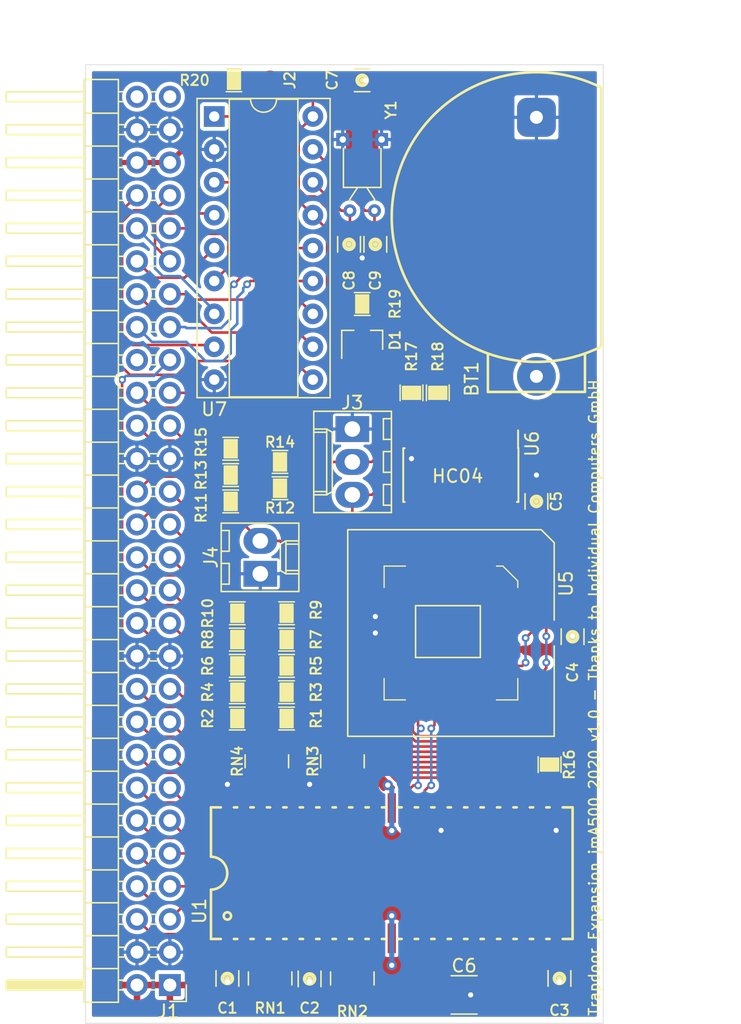
<source format=kicad_pcb>
(kicad_pcb (version 20171130) (host pcbnew 5.1.5-52549c5~84~ubuntu19.10.1)
  (layers (0 F.Cu signal) (31 B.Cu signal) (34 B.Paste user) (35 F.Paste user) (36 B.SilkS user) (37 F.SilkS user) (38 B.Mask user) (39 F.Mask user) (44 Edge.Cuts user))
  (net 0 "")
  (net 1 "Net-(BT1-Pad1)")
  (net 2 GND)
  (net 3 +5V)
  (net 4 "Net-(J1-Pad23)")
  (net 5 /A0)
  (net 6 "Net-(J1-Pad24)")
  (net 7 /A1)
  (net 8 "Net-(J1-Pad25)")
  (net 9 /A2)
  (net 10 "Net-(J1-Pad26)")
  (net 11 /A3)
  (net 12 "Net-(J1-Pad27)")
  (net 13 /A4)
  (net 14 "Net-(J1-Pad28)")
  (net 15 /A5)
  (net 16 "Net-(J1-Pad29)")
  (net 17 /A6)
  (net 18 "Net-(J1-Pad30)")
  (net 19 /A7)
  (net 20 "Net-(J1-Pad31)")
  (net 21 /A8)
  (net 22 "Net-(J1-Pad32)")
  (net 23 /A9_IN)
  (net 24 "Net-(J1-Pad35)")
  (net 25 /~CASL_IN)
  (net 26 "Net-(J1-Pad36)")
  (net 27 /~CASU_IN)
  (net 28 "Net-(J1-Pad37)")
  (net 29 /~RAS0_IN)
  (net 30 "Net-(J1-Pad38)")
  (net 31 /~RAS1_IN)
  (net 32 "Net-(J1-Pad39)")
  (net 33 /R~W)
  (net 34 "Net-(J2-Pad1)")
  (net 35 /~RAS)
  (net 36 /~CASL)
  (net 37 /~CASU)
  (net 38 /D3)
  (net 39 /A9)
  (net 40 /D2)
  (net 41 /D0)
  (net 42 /D1)
  (net 43 /D6)
  (net 44 /D7)
  (net 45 /D5)
  (net 46 /D4)
  (net 47 /D11)
  (net 48 /D10)
  (net 49 /D9)
  (net 50 /D8)
  (net 51 /D15)
  (net 52 /D14)
  (net 53 /D13)
  (net 54 /D12)
  (net 55 "Net-(U5-Pad18)")
  (net 56 "Net-(U5-Pad19)")
  (net 57 "Net-(U5-Pad2)")
  (net 58 "Net-(U6-Pad1)")
  (net 59 "Net-(U6-Pad11)")
  (net 60 "Net-(U6-Pad10)")
  (net 61 /~XCLKWR)
  (net 62 /XD3)
  (net 63 /XD2)
  (net 64 /XA2)
  (net 65 /XD1)
  (net 66 /XA3)
  (net 67 /XD0)
  (net 68 /XA4)
  (net 69 /~XCLKRD)
  (net 70 /XA5)
  (net 71 "Net-(C8-Pad2)")
  (net 72 "Net-(C9-Pad2)")
  (net 73 "Net-(U5-Pad1)")
  (net 74 /SEL0)
  (net 75 /SEL1)
  (net 76 "Net-(R19-Pad1)")
  (net 77 "Net-(C7-Pad2)")
  (module Housings_LCC:PLCC-20_SMD-Socket (layer F.Cu) (at 78.232 118.872 270)
    (fp_text reference U5 (at -3.81 -8.89 90) (layer F.SilkS))
    (fp_text value GAL16V8)
    (pad 18 smd rect (at 4.0525 -2.54 270) (size 1.925 0.7) (layers F.Cu F.Paste F.Mask) (net 55 "Net-(U5-Pad18)"))
    (pad 17 smd rect (at 4.0525 -1.27 270) (size 1.925 0.7) (layers F.Cu F.Paste F.Mask) (net 39 /A9))
    (pad 16 smd rect (at 4.0525 0 270) (size 1.925 0.7) (layers F.Cu F.Paste F.Mask) (net 35 /~RAS))
    (pad 15 smd rect (at 4.0525 1.27 270) (size 1.925 0.7) (layers F.Cu F.Paste F.Mask) (net 37 /~CASU))
    (pad 14 smd rect (at 4.0525 2.54 270) (size 1.925 0.7) (layers F.Cu F.Paste F.Mask) (net 36 /~CASL))
    (pad 13 smd rect (at 2.54 4.0525 270) (size 0.7 1.925) (layers F.Cu F.Paste F.Mask))
    (pad 12 smd rect (at 1.27 4.0525 270) (size 0.7 1.925) (layers F.Cu F.Paste F.Mask))
    (pad 11 smd rect (at 0 4.0525 270) (size 0.7 1.925) (layers F.Cu F.Paste F.Mask) (net 2 GND))
    (pad 10 smd rect (at -1.27 4.0525 270) (size 0.7 1.925) (layers F.Cu F.Paste F.Mask) (net 2 GND))
    (pad 9 smd rect (at -2.54 4.0525 270) (size 0.7 1.925) (layers F.Cu F.Paste F.Mask) (net 23 /A9_IN))
    (pad 8 smd rect (at -4.0525 2.54 270) (size 1.925 0.7) (layers F.Cu F.Paste F.Mask) (net 25 /~CASL_IN))
    (pad 7 smd rect (at -4.0525 1.27 270) (size 1.925 0.7) (layers F.Cu F.Paste F.Mask) (net 27 /~CASU_IN))
    (pad 6 smd rect (at -4.0525 0 270) (size 1.925 0.7) (layers F.Cu F.Paste F.Mask) (net 31 /~RAS1_IN))
    (pad 5 smd rect (at -4.0525 -1.27 270) (size 1.925 0.7) (layers F.Cu F.Paste F.Mask) (net 29 /~RAS0_IN))
    (pad 4 smd rect (at -4.0525 -2.54 270) (size 1.925 0.7) (layers F.Cu F.Paste F.Mask) (net 74 /SEL0))
    (pad 19 smd rect (at 2.54 -4.0525 270) (size 0.7 1.925) (layers F.Cu F.Paste F.Mask) (net 56 "Net-(U5-Pad19)"))
    (pad 20 smd rect (at 1.27 -4.0525 270) (size 0.7 1.925) (layers F.Cu F.Paste F.Mask) (net 3 +5V))
    (pad 3 smd rect (at -2.54 -4.0525 270) (size 0.7 1.925) (layers F.Cu F.Paste F.Mask) (net 75 /SEL1))
    (pad 2 smd rect (at -1.27 -4.0525 270) (size 0.7 1.925) (layers F.Cu F.Paste F.Mask) (net 57 "Net-(U5-Pad2)"))
    (pad 1 smd rect (at 0 -4.0525 270) (size 0.7 1.925) (layers F.Cu F.Paste F.Mask) (net 73 "Net-(U5-Pad1)"))
  )
  (module Conn2:BAT-CR2032 (layer F.Cu) (at 84.836 96.76 90)
    (fp_text reference BT1 (at -2.5 -5 90) (layer F.SilkS))
    (fp_text value "CR2032 Battery Holder")
    (pad 2 thru_hole roundrect (at 17.7 0 90) (size 3 3) (drill 1) (layers *.Cu *.Mask) (net 2 GND))
    (pad 1 thru_hole circle (at -2.3 0 90) (size 3 3) (drill 1) (layers *.Cu *.Mask) (net 1 "Net-(BT1-Pad1)"))
  )
  (module TO_SOT_Packages_SMD:SOT-23 (layer F.Cu) (at 71.374 96.266 90)
    (fp_text reference D1 (at 0 2.54 90) (layer F.SilkS) (effects (font (size 0.8 0.8))))
    (fp_text value BAT54C)
    (pad 1 smd rect (at -1 -0.95 90) (size 0.9 0.8) (layers F.Cu F.Paste F.Mask) (net 3 +5V))
    (pad 2 smd rect (at -1 0.95 90) (size 0.9 0.8) (layers F.Cu F.Paste F.Mask) (net 1 "Net-(BT1-Pad1)"))
    (pad 3 smd rect (at 1 0 90) (size 0.9 0.8) (layers F.Cu F.Paste F.Mask) (net 77 "Net-(C7-Pad2)"))
  )
  (module discrete:R_0805 (layer F.Cu) (at 77.216 100.33 90)
    (fp_text reference R18 (at 2.794 0 270) (layer F.SilkS) (effects (font (size 0.8 0.8))))
    (fp_text value 4k7)
    (pad 2 smd rect (at 1.05 0 90) (size 0.9 1.3) (layers F.Cu F.Paste F.Mask) (net 3 +5V))
    (pad 1 smd rect (at -1.05 0 90) (size 0.9 1.3) (layers F.Cu F.Paste F.Mask) (net 74 /SEL0))
  )
  (module discrete:R_0805 (layer F.Cu) (at 75.184 100.33 90)
    (fp_text reference R17 (at 2.794 0 90) (layer F.SilkS) (effects (font (size 0.8 0.8))))
    (fp_text value 4k7)
    (pad 2 smd rect (at 1.05 0 90) (size 0.9 1.3) (layers F.Cu F.Paste F.Mask) (net 3 +5V))
    (pad 1 smd rect (at -1.05 0 90) (size 0.9 1.3) (layers F.Cu F.Paste F.Mask) (net 75 /SEL1))
  )
  (module discrete:R_0805 (layer F.Cu) (at 85.852 129.032 90)
    (fp_text reference R16 (at 0 1.524 90) (layer F.SilkS) (effects (font (size 0.8 0.8))))
    (fp_text value 4k7)
    (pad 2 smd rect (at 1.05 0 90) (size 0.9 1.3) (layers F.Cu F.Paste F.Mask) (net 3 +5V))
    (pad 1 smd rect (at -1.05 0 90) (size 0.9 1.3) (layers F.Cu F.Paste F.Mask) (net 39 /A9))
  )
  (module Connectors_Molex:Molex_KK-6410-02_02x2.54mm_Straight (layer F.Cu) (at 63.5 114.3 90)
    (fp_text reference J4 (at 1.27 -3.81 90) (layer F.SilkS))
    (fp_text value CONN_01X02)
    (pad 1 thru_hole rect (at 0 0 90) (size 2 2.6) (drill 1.2) (layers *.Cu *.Mask) (net 2 GND))
    (pad 2 thru_hole oval (at 2.54 0 90) (size 2 2.6) (drill 1.2) (layers *.Cu *.Mask) (net 23 /A9_IN))
  )
  (module Connectors_Molex:Molex_KK-6410-03_03x2.54mm_Straight (layer F.Cu) (at 70.612 103.124 270)
    (fp_text reference J3 (at -2.032 0 180) (layer F.SilkS))
    (fp_text value CONN_01X03)
    (pad 1 thru_hole rect (at 0 0 270) (size 2 2.6) (drill 1.2) (layers *.Cu *.Mask) (net 2 GND))
    (pad 2 thru_hole oval (at 2.54 0 270) (size 2 2.6) (drill 1.2) (layers *.Cu *.Mask) (net 74 /SEL0))
    (pad 3 thru_hole oval (at 5.08 0 270) (size 2 2.6) (drill 1.2) (layers *.Cu *.Mask) (net 75 /SEL1))
  )
  (module Pin_Headers:Pin_Header_Angled_2x28_Pitch2.54mm (layer F.Cu) (at 56.515 146.05 180)
    (fp_text reference J1 (at 0.127 -2.032) (layer F.SilkS))
    (fp_text value TRAPDOOR-CONNECTOR)
    (pad 1 thru_hole rect (at 0 0 180) (size 1.7 1.7) (drill 1) (layers *.Cu *.Mask) (net 3 +5V))
    (pad 2 thru_hole oval (at 2.54 0 180) (size 1.7 1.7) (drill 1) (layers *.Cu *.Mask) (net 3 +5V))
    (pad 3 thru_hole oval (at 0 2.54 180) (size 1.7 1.7) (drill 1) (layers *.Cu *.Mask) (net 2 GND))
    (pad 4 thru_hole oval (at 2.54 2.54 180) (size 1.7 1.7) (drill 1) (layers *.Cu *.Mask) (net 2 GND))
    (pad 5 thru_hole oval (at 0 5.08 180) (size 1.7 1.7) (drill 1) (layers *.Cu *.Mask) (net 41 /D0))
    (pad 6 thru_hole oval (at 2.54 5.08 180) (size 1.7 1.7) (drill 1) (layers *.Cu *.Mask) (net 42 /D1))
    (pad 7 thru_hole oval (at 0 7.62 180) (size 1.7 1.7) (drill 1) (layers *.Cu *.Mask) (net 40 /D2))
    (pad 8 thru_hole oval (at 2.54 7.62 180) (size 1.7 1.7) (drill 1) (layers *.Cu *.Mask) (net 38 /D3))
    (pad 9 thru_hole oval (at 0 10.16 180) (size 1.7 1.7) (drill 1) (layers *.Cu *.Mask) (net 46 /D4))
    (pad 10 thru_hole oval (at 2.54 10.16 180) (size 1.7 1.7) (drill 1) (layers *.Cu *.Mask) (net 45 /D5))
    (pad 11 thru_hole oval (at 0 12.7 180) (size 1.7 1.7) (drill 1) (layers *.Cu *.Mask) (net 43 /D6))
    (pad 12 thru_hole oval (at 2.54 12.7 180) (size 1.7 1.7) (drill 1) (layers *.Cu *.Mask) (net 44 /D7))
    (pad 13 thru_hole oval (at 0 15.24 180) (size 1.7 1.7) (drill 1) (layers *.Cu *.Mask) (net 50 /D8))
    (pad 14 thru_hole oval (at 2.54 15.24 180) (size 1.7 1.7) (drill 1) (layers *.Cu *.Mask) (net 49 /D9))
    (pad 15 thru_hole oval (at 0 17.78 180) (size 1.7 1.7) (drill 1) (layers *.Cu *.Mask) (net 48 /D10))
    (pad 16 thru_hole oval (at 2.54 17.78 180) (size 1.7 1.7) (drill 1) (layers *.Cu *.Mask) (net 47 /D11))
    (pad 17 thru_hole oval (at 0 20.32 180) (size 1.7 1.7) (drill 1) (layers *.Cu *.Mask) (net 54 /D12))
    (pad 18 thru_hole oval (at 2.54 20.32 180) (size 1.7 1.7) (drill 1) (layers *.Cu *.Mask) (net 53 /D13))
    (pad 19 thru_hole oval (at 0 22.86 180) (size 1.7 1.7) (drill 1) (layers *.Cu *.Mask) (net 52 /D14))
    (pad 20 thru_hole oval (at 2.54 22.86 180) (size 1.7 1.7) (drill 1) (layers *.Cu *.Mask) (net 51 /D15))
    (pad 21 thru_hole oval (at 0 25.4 180) (size 1.7 1.7) (drill 1) (layers *.Cu *.Mask) (net 2 GND))
    (pad 22 thru_hole oval (at 2.54 25.4 180) (size 1.7 1.7) (drill 1) (layers *.Cu *.Mask) (net 2 GND))
    (pad 23 thru_hole oval (at 0 27.94 180) (size 1.7 1.7) (drill 1) (layers *.Cu *.Mask) (net 4 "Net-(J1-Pad23)"))
    (pad 24 thru_hole oval (at 2.54 27.94 180) (size 1.7 1.7) (drill 1) (layers *.Cu *.Mask) (net 6 "Net-(J1-Pad24)"))
    (pad 25 thru_hole oval (at 0 30.48 180) (size 1.7 1.7) (drill 1) (layers *.Cu *.Mask) (net 8 "Net-(J1-Pad25)"))
    (pad 26 thru_hole oval (at 2.54 30.48 180) (size 1.7 1.7) (drill 1) (layers *.Cu *.Mask) (net 10 "Net-(J1-Pad26)"))
    (pad 27 thru_hole oval (at 0 33.02 180) (size 1.7 1.7) (drill 1) (layers *.Cu *.Mask) (net 12 "Net-(J1-Pad27)"))
    (pad 28 thru_hole oval (at 2.54 33.02 180) (size 1.7 1.7) (drill 1) (layers *.Cu *.Mask) (net 14 "Net-(J1-Pad28)"))
    (pad 29 thru_hole oval (at 0 35.56 180) (size 1.7 1.7) (drill 1) (layers *.Cu *.Mask) (net 16 "Net-(J1-Pad29)"))
    (pad 30 thru_hole oval (at 2.54 35.56 180) (size 1.7 1.7) (drill 1) (layers *.Cu *.Mask) (net 18 "Net-(J1-Pad30)"))
    (pad 31 thru_hole oval (at 0 38.1 180) (size 1.7 1.7) (drill 1) (layers *.Cu *.Mask) (net 20 "Net-(J1-Pad31)"))
    (pad 32 thru_hole oval (at 2.54 38.1 180) (size 1.7 1.7) (drill 1) (layers *.Cu *.Mask) (net 22 "Net-(J1-Pad32)"))
    (pad 33 thru_hole oval (at 0 40.64 180) (size 1.7 1.7) (drill 1) (layers *.Cu *.Mask) (net 2 GND))
    (pad 34 thru_hole oval (at 2.54 40.64 180) (size 1.7 1.7) (drill 1) (layers *.Cu *.Mask) (net 2 GND))
    (pad 35 thru_hole oval (at 0 43.18 180) (size 1.7 1.7) (drill 1) (layers *.Cu *.Mask) (net 24 "Net-(J1-Pad35)"))
    (pad 36 thru_hole oval (at 2.54 43.18 180) (size 1.7 1.7) (drill 1) (layers *.Cu *.Mask) (net 26 "Net-(J1-Pad36)"))
    (pad 37 thru_hole oval (at 0 45.72 180) (size 1.7 1.7) (drill 1) (layers *.Cu *.Mask) (net 28 "Net-(J1-Pad37)"))
    (pad 38 thru_hole oval (at 2.54 45.72 180) (size 1.7 1.7) (drill 1) (layers *.Cu *.Mask) (net 30 "Net-(J1-Pad38)"))
    (pad 39 thru_hole oval (at 0 48.26 180) (size 1.7 1.7) (drill 1) (layers *.Cu *.Mask) (net 32 "Net-(J1-Pad39)"))
    (pad 40 thru_hole oval (at 2.54 48.26 180) (size 1.7 1.7) (drill 1) (layers *.Cu *.Mask))
    (pad 41 thru_hole oval (at 0 50.8 180) (size 1.7 1.7) (drill 1) (layers *.Cu *.Mask) (net 67 /XD0))
    (pad 42 thru_hole oval (at 2.54 50.8 180) (size 1.7 1.7) (drill 1) (layers *.Cu *.Mask) (net 65 /XD1))
    (pad 43 thru_hole oval (at 0 53.34 180) (size 1.7 1.7) (drill 1) (layers *.Cu *.Mask) (net 63 /XD2))
    (pad 44 thru_hole oval (at 2.54 53.34 180) (size 1.7 1.7) (drill 1) (layers *.Cu *.Mask) (net 62 /XD3))
    (pad 45 thru_hole oval (at 0 55.88 180) (size 1.7 1.7) (drill 1) (layers *.Cu *.Mask) (net 64 /XA2))
    (pad 46 thru_hole oval (at 2.54 55.88 180) (size 1.7 1.7) (drill 1) (layers *.Cu *.Mask) (net 66 /XA3))
    (pad 47 thru_hole oval (at 0 58.42 180) (size 1.7 1.7) (drill 1) (layers *.Cu *.Mask) (net 68 /XA4))
    (pad 48 thru_hole oval (at 2.54 58.42 180) (size 1.7 1.7) (drill 1) (layers *.Cu *.Mask) (net 70 /XA5))
    (pad 49 thru_hole oval (at 0 60.96 180) (size 1.7 1.7) (drill 1) (layers *.Cu *.Mask) (net 69 /~XCLKRD))
    (pad 50 thru_hole oval (at 2.54 60.96 180) (size 1.7 1.7) (drill 1) (layers *.Cu *.Mask) (net 61 /~XCLKWR))
    (pad 51 thru_hole oval (at 0 63.5 180) (size 1.7 1.7) (drill 1) (layers *.Cu *.Mask) (net 3 +5V))
    (pad 52 thru_hole oval (at 2.54 63.5 180) (size 1.7 1.7) (drill 1) (layers *.Cu *.Mask) (net 3 +5V))
    (pad 53 thru_hole oval (at 0 66.04 180) (size 1.7 1.7) (drill 1) (layers *.Cu *.Mask) (net 2 GND))
    (pad 54 thru_hole oval (at 2.54 66.04 180) (size 1.7 1.7) (drill 1) (layers *.Cu *.Mask) (net 2 GND))
    (pad 55 thru_hole oval (at 0 68.58 180) (size 1.7 1.7) (drill 1) (layers *.Cu *.Mask))
    (pad 56 thru_hole oval (at 2.54 68.58 180) (size 1.7 1.7) (drill 1) (layers *.Cu *.Mask))
  )
  (module discrete:R_Array_4x0603 (layer F.Cu) (at 64.008 128.778 90)
    (fp_text reference RN4 (at 0 -2.286 90) (layer F.SilkS) (effects (font (size 0.8 0.8))))
    (fp_text value 4x4k7)
    (pad 8 smd rect (at 0.9 -1.2 90) (size 0.8 0.5) (layers F.Cu F.Paste F.Mask) (net 3 +5V))
    (pad 4 smd rect (at -0.9 1.2 90) (size 0.8 0.5) (layers F.Cu F.Paste F.Mask) (net 53 /D13))
    (pad 6 smd rect (at 0.9 0.4 90) (size 0.8 0.4) (layers F.Cu F.Paste F.Mask) (net 3 +5V))
    (pad 1 smd rect (at -0.9 -1.2 90) (size 0.8 0.5) (layers F.Cu F.Paste F.Mask) (net 51 /D15))
    (pad 7 smd rect (at 0.9 -0.4 90) (size 0.8 0.4) (layers F.Cu F.Paste F.Mask) (net 3 +5V))
    (pad 3 smd rect (at -0.9 0.4 90) (size 0.8 0.4) (layers F.Cu F.Paste F.Mask) (net 54 /D12))
    (pad 5 smd rect (at 0.9 1.2 90) (size 0.8 0.5) (layers F.Cu F.Paste F.Mask) (net 3 +5V))
    (pad 2 smd rect (at -0.9 -0.4 90) (size 0.8 0.4) (layers F.Cu F.Paste F.Mask) (net 52 /D14))
  )
  (module discrete:R_Array_4x0603 (layer F.Cu) (at 69.85 128.778 90)
    (fp_text reference RN3 (at 0 -2.286 90) (layer F.SilkS) (effects (font (size 0.8 0.8))))
    (fp_text value 4x4k7)
    (pad 8 smd rect (at 0.9 -1.2 90) (size 0.8 0.5) (layers F.Cu F.Paste F.Mask) (net 3 +5V))
    (pad 4 smd rect (at -0.9 1.2 90) (size 0.8 0.5) (layers F.Cu F.Paste F.Mask) (net 49 /D9))
    (pad 6 smd rect (at 0.9 0.4 90) (size 0.8 0.4) (layers F.Cu F.Paste F.Mask) (net 3 +5V))
    (pad 1 smd rect (at -0.9 -1.2 90) (size 0.8 0.5) (layers F.Cu F.Paste F.Mask) (net 48 /D10))
    (pad 7 smd rect (at 0.9 -0.4 90) (size 0.8 0.4) (layers F.Cu F.Paste F.Mask) (net 3 +5V))
    (pad 3 smd rect (at -0.9 0.4 90) (size 0.8 0.4) (layers F.Cu F.Paste F.Mask) (net 50 /D8))
    (pad 5 smd rect (at 0.9 1.2 90) (size 0.8 0.5) (layers F.Cu F.Paste F.Mask) (net 3 +5V))
    (pad 2 smd rect (at -0.9 -0.4 90) (size 0.8 0.4) (layers F.Cu F.Paste F.Mask) (net 47 /D11))
  )
  (module discrete:R_Array_4x0603 (layer F.Cu) (at 70.612 145.542 270)
    (fp_text reference RN2 (at 2.54 0 180) (layer F.SilkS) (effects (font (size 0.8 0.8))))
    (fp_text value 4x4k7)
    (pad 8 smd rect (at 0.9 -1.2 270) (size 0.8 0.5) (layers F.Cu F.Paste F.Mask) (net 3 +5V))
    (pad 4 smd rect (at -0.9 1.2 270) (size 0.8 0.5) (layers F.Cu F.Paste F.Mask) (net 45 /D5))
    (pad 6 smd rect (at 0.9 0.4 270) (size 0.8 0.4) (layers F.Cu F.Paste F.Mask) (net 3 +5V))
    (pad 1 smd rect (at -0.9 -1.2 270) (size 0.8 0.5) (layers F.Cu F.Paste F.Mask) (net 43 /D6))
    (pad 7 smd rect (at 0.9 -0.4 270) (size 0.8 0.4) (layers F.Cu F.Paste F.Mask) (net 3 +5V))
    (pad 3 smd rect (at -0.9 0.4 270) (size 0.8 0.4) (layers F.Cu F.Paste F.Mask) (net 46 /D4))
    (pad 5 smd rect (at 0.9 1.2 270) (size 0.8 0.5) (layers F.Cu F.Paste F.Mask) (net 3 +5V))
    (pad 2 smd rect (at -0.9 -0.4 270) (size 0.8 0.4) (layers F.Cu F.Paste F.Mask) (net 44 /D7))
  )
  (module discrete:R_Array_4x0603 (layer F.Cu) (at 64.262 145.542 270)
    (fp_text reference RN1 (at 2.286 0 180) (layer F.SilkS) (effects (font (size 0.8 0.8))))
    (fp_text value 4x4k7)
    (pad 8 smd rect (at 0.9 -1.2 270) (size 0.8 0.5) (layers F.Cu F.Paste F.Mask) (net 3 +5V))
    (pad 4 smd rect (at -0.9 1.2 270) (size 0.8 0.5) (layers F.Cu F.Paste F.Mask) (net 42 /D1))
    (pad 6 smd rect (at 0.9 0.4 270) (size 0.8 0.4) (layers F.Cu F.Paste F.Mask) (net 3 +5V))
    (pad 1 smd rect (at -0.9 -1.2 270) (size 0.8 0.5) (layers F.Cu F.Paste F.Mask) (net 40 /D2))
    (pad 7 smd rect (at 0.9 -0.4 270) (size 0.8 0.4) (layers F.Cu F.Paste F.Mask) (net 3 +5V))
    (pad 3 smd rect (at -0.9 0.4 270) (size 0.8 0.4) (layers F.Cu F.Paste F.Mask) (net 41 /D0))
    (pad 5 smd rect (at 0.9 1.2 270) (size 0.8 0.5) (layers F.Cu F.Paste F.Mask) (net 3 +5V))
    (pad 2 smd rect (at -0.9 -0.4 270) (size 0.8 0.4) (layers F.Cu F.Paste F.Mask) (net 38 /D3))
  )
  (module own_ics:SOJ-42 (layer F.Cu) (at 73.66 137.414)
    (fp_text reference U1 (at -14.859 2.921 90) (layer F.SilkS))
    (fp_text value DRAM-1Mx16-SOJ-42)
    (pad 42 smd rect (at -12.7 -5.0292) (size 0.635 2.286) (layers F.Cu F.Paste F.Mask) (net 2 GND))
    (pad 41 smd rect (at -11.43 -5.0292) (size 0.635 2.286) (layers F.Cu F.Paste F.Mask) (net 51 /D15))
    (pad 40 smd rect (at -10.16 -5.0292) (size 0.635 2.286) (layers F.Cu F.Paste F.Mask) (net 52 /D14))
    (pad 39 smd rect (at -8.89 -5.0292) (size 0.635 2.286) (layers F.Cu F.Paste F.Mask) (net 54 /D12))
    (pad 38 smd rect (at -7.62 -5.0292) (size 0.635 2.286) (layers F.Cu F.Paste F.Mask) (net 53 /D13))
    (pad 37 smd rect (at -6.35 -5.0292) (size 0.635 2.286) (layers F.Cu F.Paste F.Mask) (net 2 GND))
    (pad 36 smd rect (at -5.08 -5.0292) (size 0.635 2.286) (layers F.Cu F.Paste F.Mask) (net 48 /D10))
    (pad 35 smd rect (at -3.81 -5.0292) (size 0.635 2.286) (layers F.Cu F.Paste F.Mask) (net 47 /D11))
    (pad 34 smd rect (at -2.54 -5.0292) (size 0.635 2.286) (layers F.Cu F.Paste F.Mask) (net 50 /D8))
    (pad 33 smd rect (at -1.27 -5.0292) (size 0.635 2.286) (layers F.Cu F.Paste F.Mask) (net 49 /D9))
    (pad 32 smd rect (at 0 -5.0292) (size 0.635 2.286) (layers F.Cu F.Paste F.Mask))
    (pad 31 smd rect (at 1.27 -5.0292) (size 0.635 2.286) (layers F.Cu F.Paste F.Mask) (net 36 /~CASL))
    (pad 30 smd rect (at 2.54 -5.0292) (size 0.635 2.286) (layers F.Cu F.Paste F.Mask) (net 37 /~CASU))
    (pad 29 smd rect (at 3.81 -5.0292) (size 0.635 2.286) (layers F.Cu F.Paste F.Mask) (net 2 GND))
    (pad 28 smd rect (at 5.08 -5.0292) (size 0.635 2.286) (layers F.Cu F.Paste F.Mask) (net 7 /A1))
    (pad 27 smd rect (at 6.35 -5.0292) (size 0.635 2.286) (layers F.Cu F.Paste F.Mask) (net 11 /A3))
    (pad 26 smd rect (at 7.62 -5.0292) (size 0.635 2.286) (layers F.Cu F.Paste F.Mask) (net 15 /A5))
    (pad 25 smd rect (at 8.89 -5.0292) (size 0.635 2.286) (layers F.Cu F.Paste F.Mask) (net 19 /A7))
    (pad 24 smd rect (at 10.16 -5.0292) (size 0.635 2.286) (layers F.Cu F.Paste F.Mask) (net 17 /A6))
    (pad 23 smd rect (at 11.43 -5.0292) (size 0.635 2.286) (layers F.Cu F.Paste F.Mask) (net 39 /A9))
    (pad 22 smd rect (at 12.7 -5.0292) (size 0.635 2.286) (layers F.Cu F.Paste F.Mask) (net 2 GND))
    (pad 21 smd rect (at 12.7 5.0292) (size 0.635 2.286) (layers F.Cu F.Paste F.Mask) (net 3 +5V))
    (pad 20 smd rect (at 11.43 5.0292) (size 0.635 2.286) (layers F.Cu F.Paste F.Mask) (net 21 /A8))
    (pad 19 smd rect (at 10.16 5.0292) (size 0.635 2.286) (layers F.Cu F.Paste F.Mask) (net 13 /A4))
    (pad 18 smd rect (at 8.89 5.0292) (size 0.635 2.286) (layers F.Cu F.Paste F.Mask) (net 9 /A2))
    (pad 17 smd rect (at 7.62 5.0292) (size 0.635 2.286) (layers F.Cu F.Paste F.Mask) (net 5 /A0))
    (pad 16 smd rect (at 6.35 5.0292) (size 0.635 2.286) (layers F.Cu F.Paste F.Mask))
    (pad 15 smd rect (at 5.08 5.0292) (size 0.635 2.286) (layers F.Cu F.Paste F.Mask))
    (pad 14 smd rect (at 3.81 5.0292) (size 0.635 2.286) (layers F.Cu F.Paste F.Mask) (net 35 /~RAS))
    (pad 13 smd rect (at 2.54 5.0292) (size 0.635 2.286) (layers F.Cu F.Paste F.Mask) (net 33 /R~W))
    (pad 12 smd rect (at 1.27 5.0292) (size 0.635 2.286) (layers F.Cu F.Paste F.Mask))
    (pad 11 smd rect (at 0 5.0292) (size 0.635 2.286) (layers F.Cu F.Paste F.Mask))
    (pad 10 smd rect (at -1.27 5.0292) (size 0.635 2.286) (layers F.Cu F.Paste F.Mask) (net 43 /D6))
    (pad 9 smd rect (at -2.54 5.0292) (size 0.635 2.286) (layers F.Cu F.Paste F.Mask) (net 44 /D7))
    (pad 8 smd rect (at -3.81 5.0292) (size 0.635 2.286) (layers F.Cu F.Paste F.Mask) (net 46 /D4))
    (pad 7 smd rect (at -5.08 5.0292) (size 0.635 2.286) (layers F.Cu F.Paste F.Mask) (net 45 /D5))
    (pad 6 smd rect (at -6.35 5.0292) (size 0.635 2.286) (layers F.Cu F.Paste F.Mask) (net 3 +5V))
    (pad 5 smd rect (at -7.62 5.0292) (size 0.635 2.286) (layers F.Cu F.Paste F.Mask) (net 40 /D2))
    (pad 4 smd rect (at -8.89 5.0292) (size 0.635 2.286) (layers F.Cu F.Paste F.Mask) (net 38 /D3))
    (pad 3 smd rect (at -10.16 5.0292) (size 0.635 2.286) (layers F.Cu F.Paste F.Mask) (net 41 /D0))
    (pad 2 smd rect (at -11.43 5.0292) (size 0.635 2.286) (layers F.Cu F.Paste F.Mask) (net 42 /D1))
    (pad 1 smd rect (at -12.7 5.0292) (size 0.635 2.286) (layers F.Cu F.Paste F.Mask) (net 3 +5V))
  )
  (module Measurement_Points:Measurement_Point_Round-SMD-Pad_Small (layer F.Cu) (at 64.262 76.2 90)
    (fp_text reference J2 (at 0 1.524 90) (layer F.SilkS) (effects (font (size 0.8 0.8))))
    (fp_text value TEST_1P)
    (pad 1 smd circle (at 0 0 90) (size 1.5 1.5) (layers F.Cu F.Mask) (net 34 "Net-(J2-Pad1)"))
  )
  (module Crystals:Crystal_DS26_d2.0mm_l6.0mm_Horizontal_1EP_style2 (layer F.Cu) (at 72.324 86.272 180)
    (fp_text reference Y1 (at -1.27 7.786 90) (layer F.SilkS) (effects (font (size 0.8 0.8))))
    (fp_text value 32,768kHz)
    (pad 1 thru_hole circle (at 0 0 180) (size 1 1) (drill 0.5) (layers *.Cu *.Mask) (net 72 "Net-(C9-Pad2)"))
    (pad 2 thru_hole circle (at 1.9 0 180) (size 1 1) (drill 0.5) (layers *.Cu *.Mask) (net 71 "Net-(C8-Pad2)"))
    (pad 3 smd rect (at 0.95 5.5 180) (size 2.5 6) (layers F.Cu F.Paste F.Mask) (net 2 GND))
    (pad 3 thru_hole rect (at -0.55 5.5 180) (size 1 1) (drill 0.5) (layers *.Cu *.Mask) (net 2 GND))
    (pad 3 thru_hole rect (at 2.45 5.5 180) (size 1 1) (drill 0.5) (layers *.Cu *.Mask) (net 2 GND))
  )
  (module Housings_DIP:DIP-18_W7.62mm_Socket (layer F.Cu) (at 59.944 78.994)
    (fp_text reference U7 (at 0 22.606) (layer F.SilkS))
    (fp_text value MSM6242)
    (pad 1 thru_hole rect (at 0 0) (size 1.6 1.6) (drill 0.8) (layers *.Cu *.Mask) (net 34 "Net-(J2-Pad1)"))
    (pad 10 thru_hole oval (at 7.62 20.32) (size 1.6 1.6) (drill 0.8) (layers *.Cu *.Mask) (net 61 /~XCLKWR))
    (pad 2 thru_hole oval (at 0 2.54) (size 1.6 1.6) (drill 0.8) (layers *.Cu *.Mask) (net 2 GND))
    (pad 11 thru_hole oval (at 7.62 17.78) (size 1.6 1.6) (drill 0.8) (layers *.Cu *.Mask) (net 62 /XD3))
    (pad 3 thru_hole oval (at 0 5.08) (size 1.6 1.6) (drill 0.8) (layers *.Cu *.Mask) (net 76 "Net-(R19-Pad1)"))
    (pad 12 thru_hole oval (at 7.62 15.24) (size 1.6 1.6) (drill 0.8) (layers *.Cu *.Mask) (net 63 /XD2))
    (pad 4 thru_hole oval (at 0 7.62) (size 1.6 1.6) (drill 0.8) (layers *.Cu *.Mask) (net 64 /XA2))
    (pad 13 thru_hole oval (at 7.62 12.7) (size 1.6 1.6) (drill 0.8) (layers *.Cu *.Mask) (net 65 /XD1))
    (pad 5 thru_hole oval (at 0 10.16) (size 1.6 1.6) (drill 0.8) (layers *.Cu *.Mask) (net 66 /XA3))
    (pad 14 thru_hole oval (at 7.62 10.16) (size 1.6 1.6) (drill 0.8) (layers *.Cu *.Mask) (net 67 /XD0))
    (pad 6 thru_hole oval (at 0 12.7) (size 1.6 1.6) (drill 0.8) (layers *.Cu *.Mask) (net 68 /XA4))
    (pad 15 thru_hole oval (at 7.62 7.62) (size 1.6 1.6) (drill 0.8) (layers *.Cu *.Mask) (net 76 "Net-(R19-Pad1)"))
    (pad 7 thru_hole oval (at 0 15.24) (size 1.6 1.6) (drill 0.8) (layers *.Cu *.Mask) (net 70 /XA5))
    (pad 16 thru_hole oval (at 7.62 5.08) (size 1.6 1.6) (drill 0.8) (layers *.Cu *.Mask) (net 71 "Net-(C8-Pad2)"))
    (pad 8 thru_hole oval (at 0 17.78) (size 1.6 1.6) (drill 0.8) (layers *.Cu *.Mask) (net 69 /~XCLKRD))
    (pad 17 thru_hole oval (at 7.62 2.54) (size 1.6 1.6) (drill 0.8) (layers *.Cu *.Mask) (net 72 "Net-(C9-Pad2)"))
    (pad 9 thru_hole oval (at 0 20.32) (size 1.6 1.6) (drill 0.8) (layers *.Cu *.Mask) (net 2 GND))
    (pad 18 thru_hole oval (at 7.62 0) (size 1.6 1.6) (drill 0.8) (layers *.Cu *.Mask) (net 77 "Net-(C7-Pad2)"))
  )
  (module Housings_SOIC:SOIC-14_3.9x8.7mm_Pitch1.27mm (layer F.Cu) (at 78.994 106.68 270)
    (fp_text reference U6 (at -2.418 -5.506 270) (layer F.SilkS))
    (fp_text value 74HC04)
    (pad 1 smd rect (at -2.7 -3.81 270) (size 1.5 0.6) (layers F.Cu F.Paste F.Mask) (net 58 "Net-(U6-Pad1)"))
    (pad 2 smd rect (at -2.7 -2.54 270) (size 1.5 0.6) (layers F.Cu F.Paste F.Mask) (net 73 "Net-(U5-Pad1)"))
    (pad 3 smd rect (at -2.7 -1.27 270) (size 1.5 0.6) (layers F.Cu F.Paste F.Mask) (net 55 "Net-(U5-Pad18)"))
    (pad 4 smd rect (at -2.7 0 270) (size 1.5 0.6) (layers F.Cu F.Paste F.Mask) (net 59 "Net-(U6-Pad11)"))
    (pad 5 smd rect (at -2.7 1.27 270) (size 1.5 0.6) (layers F.Cu F.Paste F.Mask) (net 57 "Net-(U5-Pad2)"))
    (pad 6 smd rect (at -2.7 2.54 270) (size 1.5 0.6) (layers F.Cu F.Paste F.Mask))
    (pad 7 smd rect (at -2.7 3.81 270) (size 1.5 0.6) (layers F.Cu F.Paste F.Mask) (net 2 GND))
    (pad 8 smd rect (at 2.7 3.81 270) (size 1.5 0.6) (layers F.Cu F.Paste F.Mask) (net 57 "Net-(U5-Pad2)"))
    (pad 9 smd rect (at 2.7 2.54 270) (size 1.5 0.6) (layers F.Cu F.Paste F.Mask) (net 60 "Net-(U6-Pad10)"))
    (pad 10 smd rect (at 2.7 1.27 270) (size 1.5 0.6) (layers F.Cu F.Paste F.Mask) (net 60 "Net-(U6-Pad10)"))
    (pad 11 smd rect (at 2.7 0 270) (size 1.5 0.6) (layers F.Cu F.Paste F.Mask) (net 59 "Net-(U6-Pad11)"))
    (pad 12 smd rect (at 2.7 -1.27 270) (size 1.5 0.6) (layers F.Cu F.Paste F.Mask) (net 58 "Net-(U6-Pad1)"))
    (pad 13 smd rect (at 2.7 -2.54 270) (size 1.5 0.6) (layers F.Cu F.Paste F.Mask) (net 56 "Net-(U5-Pad19)"))
    (pad 14 smd rect (at 2.7 -3.81 270) (size 1.5 0.6) (layers F.Cu F.Paste F.Mask) (net 3 +5V))
  )
  (module discrete:SMD-Jumper (layer F.Cu) (at 77.978 118.872 270)
    (fp_text reference SJ3 hide)
    (fp_text value SolderJumper_2_Open)
    (pad 2 smd rect (at 0.9 0 270) (size 1.5 0.8) (layers F.Cu F.Paste F.Mask) (net 37 /~CASU))
    (pad 1 smd rect (at -0.9 0 270) (size 1.5 0.8) (layers F.Cu F.Paste F.Mask) (net 27 /~CASU_IN))
  )
  (module discrete:SMD-Jumper (layer F.Cu) (at 76.454 118.8305 270)
    (fp_text reference SJ2 hide)
    (fp_text value SolderJumper_2_Open)
    (pad 2 smd rect (at 0.9 0 270) (size 1.5 0.8) (layers F.Cu F.Paste F.Mask) (net 36 /~CASL))
    (pad 1 smd rect (at -0.9 0 270) (size 1.5 0.8) (layers F.Cu F.Paste F.Mask) (net 25 /~CASL_IN))
  )
  (module discrete:SMD-Jumper (layer F.Cu) (at 79.502 118.872 270)
    (fp_text reference SJ1 hide)
    (fp_text value SolderJumper_2_Open)
    (pad 2 smd rect (at 0.9 0 270) (size 1.5 0.8) (layers F.Cu F.Paste F.Mask) (net 35 /~RAS))
    (pad 1 smd rect (at -0.9 0 270) (size 1.5 0.8) (layers F.Cu F.Paste F.Mask) (net 31 /~RAS1_IN))
  )
  (module discrete:R_0805 (layer F.Cu) (at 61.468 76.2)
    (fp_text reference R20 (at -3.048 0 180) (layer F.SilkS) (effects (font (size 0.8 0.8))))
    (fp_text value 4k7)
    (pad 2 smd rect (at 1.05 0) (size 0.9 1.3) (layers F.Cu F.Paste F.Mask) (net 34 "Net-(J2-Pad1)"))
    (pad 1 smd rect (at -1.05 0) (size 0.9 1.3) (layers F.Cu F.Paste F.Mask) (net 3 +5V))
  )
  (module discrete:R_0805 (layer F.Cu) (at 71.374 93.472)
    (fp_text reference R19 (at 2.54 0 270) (layer F.SilkS) (effects (font (size 0.8 0.8))))
    (fp_text value 4k7)
    (pad 2 smd rect (at 1.05 0) (size 0.9 1.3) (layers F.Cu F.Paste F.Mask) (net 3 +5V))
    (pad 1 smd rect (at -1.05 0) (size 0.9 1.3) (layers F.Cu F.Paste F.Mask) (net 76 "Net-(R19-Pad1)"))
  )
  (module discrete:R_0805 (layer F.Cu) (at 65.532 125.476 180)
    (fp_text reference R1 (at -2.286 0 270) (layer F.SilkS) (effects (font (size 0.8 0.8))))
    (fp_text value 68R)
    (pad 2 smd rect (at 1.05 0 180) (size 0.9 1.3) (layers F.Cu F.Paste F.Mask) (net 32 "Net-(J1-Pad39)"))
    (pad 1 smd rect (at -1.05 0 180) (size 0.9 1.3) (layers F.Cu F.Paste F.Mask) (net 33 /R~W))
  )
  (module discrete:R_0805 (layer F.Cu) (at 65.024 105.664 180)
    (fp_text reference R14 (at 0 1.524 180) (layer F.SilkS) (effects (font (size 0.8 0.8))))
    (fp_text value 68R)
    (pad 2 smd rect (at 1.05 0 180) (size 0.9 1.3) (layers F.Cu F.Paste F.Mask) (net 30 "Net-(J1-Pad38)"))
    (pad 1 smd rect (at -1.05 0 180) (size 0.9 1.3) (layers F.Cu F.Paste F.Mask) (net 31 /~RAS1_IN))
  )
  (module discrete:R_0805 (layer F.Cu) (at 61.214 104.648 180)
    (fp_text reference R15 (at 2.286 0.508 90) (layer F.SilkS) (effects (font (size 0.8 0.8))))
    (fp_text value 68R)
    (pad 2 smd rect (at 1.05 0 180) (size 0.9 1.3) (layers F.Cu F.Paste F.Mask) (net 28 "Net-(J1-Pad37)"))
    (pad 1 smd rect (at -1.05 0 180) (size 0.9 1.3) (layers F.Cu F.Paste F.Mask) (net 29 /~RAS0_IN))
  )
  (module discrete:R_0805 (layer F.Cu) (at 65.024 107.696 180)
    (fp_text reference R12 (at 0 -1.524 180) (layer F.SilkS) (effects (font (size 0.8 0.8))))
    (fp_text value 68R)
    (pad 2 smd rect (at 1.05 0 180) (size 0.9 1.3) (layers F.Cu F.Paste F.Mask) (net 26 "Net-(J1-Pad36)"))
    (pad 1 smd rect (at -1.05 0 180) (size 0.9 1.3) (layers F.Cu F.Paste F.Mask) (net 27 /~CASU_IN))
  )
  (module discrete:R_0805 (layer F.Cu) (at 61.214 106.68 180)
    (fp_text reference R13 (at 2.286 0 270) (layer F.SilkS) (effects (font (size 0.8 0.8))))
    (fp_text value 68R)
    (pad 2 smd rect (at 1.05 0 180) (size 0.9 1.3) (layers F.Cu F.Paste F.Mask) (net 24 "Net-(J1-Pad35)"))
    (pad 1 smd rect (at -1.05 0 180) (size 0.9 1.3) (layers F.Cu F.Paste F.Mask) (net 25 /~CASL_IN))
  )
  (module discrete:R_0805 (layer F.Cu) (at 61.214 108.712 180)
    (fp_text reference R11 (at 2.286 -0.508 90) (layer F.SilkS) (effects (font (size 0.8 0.8))))
    (fp_text value 68R)
    (pad 2 smd rect (at 1.05 0 180) (size 0.9 1.3) (layers F.Cu F.Paste F.Mask) (net 22 "Net-(J1-Pad32)"))
    (pad 1 smd rect (at -1.05 0 180) (size 0.9 1.3) (layers F.Cu F.Paste F.Mask) (net 23 /A9_IN))
  )
  (module discrete:R_0805 (layer F.Cu) (at 65.532 117.348 180)
    (fp_text reference R9 (at -2.286 0.254 270) (layer F.SilkS) (effects (font (size 0.8 0.8))))
    (fp_text value 68R)
    (pad 2 smd rect (at 1.05 0 180) (size 0.9 1.3) (layers F.Cu F.Paste F.Mask) (net 20 "Net-(J1-Pad31)"))
    (pad 1 smd rect (at -1.05 0 180) (size 0.9 1.3) (layers F.Cu F.Paste F.Mask) (net 21 /A8))
  )
  (module discrete:R_0805 (layer F.Cu) (at 61.722 119.38 180)
    (fp_text reference R8 (at 2.286 0 90) (layer F.SilkS) (effects (font (size 0.8 0.8))))
    (fp_text value 68R)
    (pad 2 smd rect (at 1.05 0 180) (size 0.9 1.3) (layers F.Cu F.Paste F.Mask) (net 18 "Net-(J1-Pad30)"))
    (pad 1 smd rect (at -1.05 0 180) (size 0.9 1.3) (layers F.Cu F.Paste F.Mask) (net 19 /A7))
  )
  (module discrete:R_0805 (layer F.Cu) (at 61.722 117.348 180)
    (fp_text reference R10 (at 2.286 0 270) (layer F.SilkS) (effects (font (size 0.8 0.8))))
    (fp_text value 68R)
    (pad 2 smd rect (at 1.05 0 180) (size 0.9 1.3) (layers F.Cu F.Paste F.Mask) (net 16 "Net-(J1-Pad29)"))
    (pad 1 smd rect (at -1.05 0 180) (size 0.9 1.3) (layers F.Cu F.Paste F.Mask) (net 17 /A6))
  )
  (module discrete:R_0805 (layer F.Cu) (at 61.722 121.412 180)
    (fp_text reference R6 (at 2.286 0 90) (layer F.SilkS) (effects (font (size 0.8 0.8))))
    (fp_text value 68R)
    (pad 2 smd rect (at 1.05 0 180) (size 0.9 1.3) (layers F.Cu F.Paste F.Mask) (net 14 "Net-(J1-Pad28)"))
    (pad 1 smd rect (at -1.05 0 180) (size 0.9 1.3) (layers F.Cu F.Paste F.Mask) (net 15 /A5))
  )
  (module discrete:R_0805 (layer F.Cu) (at 65.532 119.38 180)
    (fp_text reference R7 (at -2.286 0 90) (layer F.SilkS) (effects (font (size 0.8 0.8))))
    (fp_text value 68R)
    (pad 2 smd rect (at 1.05 0 180) (size 0.9 1.3) (layers F.Cu F.Paste F.Mask) (net 12 "Net-(J1-Pad27)"))
    (pad 1 smd rect (at -1.05 0 180) (size 0.9 1.3) (layers F.Cu F.Paste F.Mask) (net 13 /A4))
  )
  (module discrete:R_0805 (layer F.Cu) (at 61.722 123.444 180)
    (fp_text reference R4 (at 2.286 0 90) (layer F.SilkS) (effects (font (size 0.8 0.8))))
    (fp_text value 68R)
    (pad 2 smd rect (at 1.05 0 180) (size 0.9 1.3) (layers F.Cu F.Paste F.Mask) (net 10 "Net-(J1-Pad26)"))
    (pad 1 smd rect (at -1.05 0 180) (size 0.9 1.3) (layers F.Cu F.Paste F.Mask) (net 11 /A3))
  )
  (module discrete:R_0805 (layer F.Cu) (at 65.532 121.412 180)
    (fp_text reference R5 (at -2.286 0 90) (layer F.SilkS) (effects (font (size 0.8 0.8))))
    (fp_text value 68R)
    (pad 2 smd rect (at 1.05 0 180) (size 0.9 1.3) (layers F.Cu F.Paste F.Mask) (net 8 "Net-(J1-Pad25)"))
    (pad 1 smd rect (at -1.05 0 180) (size 0.9 1.3) (layers F.Cu F.Paste F.Mask) (net 9 /A2))
  )
  (module discrete:R_0805 (layer F.Cu) (at 61.722 125.476 180)
    (fp_text reference R2 (at 2.286 0 90) (layer F.SilkS) (effects (font (size 0.8 0.8))))
    (fp_text value 68R)
    (pad 2 smd rect (at 1.05 0 180) (size 0.9 1.3) (layers F.Cu F.Paste F.Mask) (net 6 "Net-(J1-Pad24)"))
    (pad 1 smd rect (at -1.05 0 180) (size 0.9 1.3) (layers F.Cu F.Paste F.Mask) (net 7 /A1))
  )
  (module discrete:R_0805 (layer F.Cu) (at 65.532 123.444 180)
    (fp_text reference R3 (at -2.286 0 90) (layer F.SilkS) (effects (font (size 0.8 0.8))))
    (fp_text value 68R)
    (pad 2 smd rect (at 1.05 0 180) (size 0.9 1.3) (layers F.Cu F.Paste F.Mask) (net 4 "Net-(J1-Pad23)"))
    (pad 1 smd rect (at -1.05 0 180) (size 0.9 1.3) (layers F.Cu F.Paste F.Mask) (net 5 /A0))
  )
  (module discrete:C_0805 (layer F.Cu) (at 86.614 145.542 90)
    (fp_text reference C3 (at -2.458 0 180) (layer F.SilkS) (effects (font (size 0.8 0.8))))
    (fp_text value 100n)
    (pad 1 smd rect (at -1.05 0 90) (size 0.9 1.3) (layers F.Cu F.Paste F.Mask) (net 2 GND))
    (pad 2 smd rect (at 1.05 0 90) (size 0.9 1.3) (layers F.Cu F.Paste F.Mask) (net 3 +5V))
  )
  (module discrete:C_0805 (layer F.Cu) (at 84.836 108.712 270)
    (fp_text reference C5 (at 0 -1.524 90) (layer F.SilkS) (effects (font (size 0.8 0.8))))
    (fp_text value 100n)
    (pad 1 smd rect (at -1.05 0 270) (size 0.9 1.3) (layers F.Cu F.Paste F.Mask) (net 2 GND))
    (pad 2 smd rect (at 1.05 0 270) (size 0.9 1.3) (layers F.Cu F.Paste F.Mask) (net 3 +5V))
  )
  (module discrete:C_0805 (layer F.Cu) (at 60.96 145.542 90)
    (fp_text reference C1 (at -2.286 0 180) (layer F.SilkS) (effects (font (size 0.8 0.8))))
    (fp_text value 100n)
    (pad 1 smd rect (at -1.05 0 90) (size 0.9 1.3) (layers F.Cu F.Paste F.Mask) (net 2 GND))
    (pad 2 smd rect (at 1.05 0 90) (size 0.9 1.3) (layers F.Cu F.Paste F.Mask) (net 3 +5V))
  )
  (module discrete:C_0805 (layer F.Cu) (at 67.31 145.576 90)
    (fp_text reference C2 (at -2.252 0 180) (layer F.SilkS) (effects (font (size 0.8 0.8))))
    (fp_text value 100n)
    (pad 1 smd rect (at -1.05 0 90) (size 0.9 1.3) (layers F.Cu F.Paste F.Mask) (net 2 GND))
    (pad 2 smd rect (at 1.05 0 90) (size 0.9 1.3) (layers F.Cu F.Paste F.Mask) (net 3 +5V))
  )
  (module discrete:C_0805 (layer F.Cu) (at 87.63 119.16 270)
    (fp_text reference C4 (at 2.75 0 90) (layer F.SilkS) (effects (font (size 0.8 0.8))))
    (fp_text value 100n)
    (pad 1 smd rect (at -1.05 0 270) (size 0.9 1.3) (layers F.Cu F.Paste F.Mask) (net 2 GND))
    (pad 2 smd rect (at 1.05 0 270) (size 0.9 1.3) (layers F.Cu F.Paste F.Mask) (net 3 +5V))
  )
  (module Capacitors_SMD:C_1210_HandSoldering (layer F.Cu) (at 79.248 146.812)
    (fp_text reference C6 (at 0 -2.25) (layer F.SilkS))
    (fp_text value 22µ)
    (pad 1 smd rect (at -2 0) (size 2 2.5) (layers F.Cu F.Paste F.Mask) (net 3 +5V))
    (pad 2 smd rect (at 2 0) (size 2 2.5) (layers F.Cu F.Paste F.Mask) (net 2 GND))
  )
  (module discrete:C_0805 (layer F.Cu) (at 71.374 76.2 180)
    (fp_text reference C7 (at 2.32 0 90) (layer F.SilkS) (effects (font (size 0.8 0.8))))
    (fp_text value 1µ)
    (pad 1 smd rect (at -1.05 0 180) (size 0.9 1.3) (layers F.Cu F.Paste F.Mask) (net 2 GND))
    (pad 2 smd rect (at 1.05 0 180) (size 0.9 1.3) (layers F.Cu F.Paste F.Mask) (net 77 "Net-(C7-Pad2)"))
  )
  (module discrete:C_0805 (layer F.Cu) (at 72.39 88.866 90)
    (fp_text reference C9 (at -2.794 0 90) (layer F.SilkS) (effects (font (size 0.8 0.8))))
    (fp_text value 22p)
    (pad 1 smd rect (at -1.05 0 90) (size 0.9 1.3) (layers F.Cu F.Paste F.Mask) (net 2 GND))
    (pad 2 smd rect (at 1.05 0 90) (size 0.9 1.3) (layers F.Cu F.Paste F.Mask) (net 72 "Net-(C9-Pad2)"))
  )
  (module discrete:C_0805 (layer F.Cu) (at 70.358 88.866 90)
    (fp_text reference C8 (at -2.794 0 90) (layer F.SilkS) (effects (font (size 0.8 0.8))))
    (fp_text value 22p)
    (pad 1 smd rect (at -1.05 0 90) (size 0.9 1.3) (layers F.Cu F.Paste F.Mask) (net 2 GND))
    (pad 2 smd rect (at 1.05 0 90) (size 0.9 1.3) (layers F.Cu F.Paste F.Mask) (net 71 "Net-(C8-Pad2)"))
  )
  (gr_line (start 75.5 120.762) (end 80.5 120.762) (layer F.SilkS) (width 0.12))
  (gr_line (start 75.5 116.762) (end 75.5 120.762) (layer F.SilkS) (width 0.12))
  (gr_line (start 80.5 116.762) (end 75.5 116.762) (layer F.SilkS) (width 0.12))
  (gr_line (start 80.5 116.762) (end 80.5 120.762) (layer F.SilkS) (width 0.12))
  (gr_text HC04 (at 78.746 106.762) (layer F.SilkS) (effects (font (size 1 1))))
  (gr_text "Trapdoor Expansion jmA500 2020 v1.0 - Thanks to Individual Computers GmbH" (at 89.3 148.5 90) (layer F.SilkS) (effects (font (size 0.8 0.8) (thickness 0.13)) (justify left)))
  (gr_line (start 50 75) (end 50 149) (layer Edge.Cuts) (width 0.05))
  (gr_line (start 90 75) (end 50 75) (layer Edge.Cuts) (width 0.05))
  (gr_line (start 90 149) (end 90 75) (layer Edge.Cuts) (width 0.05))
  (gr_line (start 50 149) (end 90 149) (layer Edge.Cuts) (width 0.05))
  (segment (start 83.042 97.266) (end 84.836 99.06) (width 0.2) (layer F.Cu) (net 1))
  (segment (start 72.324 97.266) (end 83.042 97.266) (width 0.2) (layer F.Cu) (net 1))
  (via (at 67.31 145.796) (size 0.8) (drill 0.4) (layers F.Cu B.Cu) (net 2))
  (segment (start 67.31 146.626) (end 67.31 145.796) (width 0.4) (layer F.Cu) (net 2))
  (via (at 60.96 145.796) (size 0.8) (drill 0.4) (layers F.Cu B.Cu) (net 2))
  (segment (start 60.96 146.592) (end 60.96 145.796) (width 0.4) (layer F.Cu) (net 2))
  (via (at 60.96 130.556) (size 0.8) (drill 0.4) (layers F.Cu B.Cu) (net 2))
  (segment (start 60.96 132.3848) (end 60.96 130.556) (width 0.4) (layer F.Cu) (net 2))
  (via (at 67.31 130.556) (size 0.8) (drill 0.4) (layers F.Cu B.Cu) (net 2))
  (segment (start 67.31 132.3848) (end 67.31 130.556) (width 0.4) (layer F.Cu) (net 2))
  (via (at 77.47 134.112) (size 0.8) (drill 0.4) (layers F.Cu B.Cu) (net 2))
  (segment (start 77.47 132.3848) (end 77.47 134.112) (width 0.4) (layer F.Cu) (net 2))
  (via (at 86.36 134.112) (size 0.8) (drill 0.4) (layers F.Cu B.Cu) (net 2))
  (segment (start 86.36 132.3848) (end 86.36 134.112) (width 0.4) (layer F.Cu) (net 2))
  (via (at 86.614 145.796) (size 0.8) (drill 0.4) (layers F.Cu B.Cu) (net 2))
  (segment (start 86.614 146.592) (end 86.614 145.796) (width 0.4) (layer F.Cu) (net 2))
  (via (at 79.756 146.812) (size 0.8) (drill 0.4) (layers F.Cu B.Cu) (net 2))
  (segment (start 81.248 146.812) (end 79.756 146.812) (width 0.4) (layer F.Cu) (net 2))
  (via (at 72.39 117.602) (size 0.8) (drill 0.4) (layers F.Cu B.Cu) (net 2))
  (segment (start 74.1795 117.602) (end 72.39 117.602) (width 0.4) (layer F.Cu) (net 2))
  (via (at 72.39 118.872) (size 0.8) (drill 0.4) (layers F.Cu B.Cu) (net 2))
  (segment (start 74.1795 118.872) (end 72.39 118.872) (width 0.4) (layer F.Cu) (net 2))
  (via (at 75.184 105.41) (size 0.8) (drill 0.4) (layers F.Cu B.Cu) (net 2))
  (segment (start 75.184 103.98) (end 75.184 105.41) (width 0.4) (layer F.Cu) (net 2))
  (segment (start 70.702 78.232) (end 72.202 78.232) (width 0.4) (layer F.Cu) (net 2))
  (via (at 87.63 119.126) (size 0.8) (drill 0.4) (layers F.Cu B.Cu) (net 2))
  (segment (start 87.63 118.11) (end 87.63 119.126) (width 0.4) (layer F.Cu) (net 2))
  (via (at 84.836 106.68) (size 0.8) (drill 0.4) (layers F.Cu B.Cu) (net 2))
  (segment (start 84.836 107.662) (end 84.836 106.68) (width 0.4) (layer F.Cu) (net 2))
  (via (at 71.628 76.2) (size 0.8) (drill 0.4) (layers F.Cu B.Cu) (net 2))
  (segment (start 72.424 76.2) (end 71.628 76.2) (width 0.4) (layer F.Cu) (net 2))
  (segment (start 69.874 80.772) (end 72.874 80.772) (width 0.4) (layer F.Cu) (net 2))
  (via (at 71.374 89.916) (size 0.8) (drill 0.4) (layers F.Cu B.Cu) (net 2))
  (segment (start 70.358 89.916) (end 71.374 89.916) (width 0.4) (layer F.Cu) (net 2))
  (segment (start 71.374 89.916) (end 72.39 89.916) (width 0.4) (layer F.Cu) (net 2))
  (segment (start 67.31 142.4432) (end 67.31 144.526) (width 0.4) (layer F.Cu) (net 3))
  (segment (start 60.76 144.492) (end 60.96 144.492) (width 0.4) (layer F.Cu) (net 3))
  (segment (start 59.91 145.342) (end 60.76 144.492) (width 0.4) (layer F.Cu) (net 3))
  (segment (start 59.402 146.05) (end 59.91 145.542) (width 0.4) (layer F.Cu) (net 3))
  (segment (start 59.91 145.542) (end 59.91 145.342) (width 0.4) (layer F.Cu) (net 3))
  (segment (start 56.515 146.05) (end 59.402 146.05) (width 0.4) (layer F.Cu) (net 3))
  (segment (start 61.16 144.492) (end 63.226 146.558) (width 0.4) (layer F.Cu) (net 3))
  (segment (start 60.96 144.492) (end 61.16 144.492) (width 0.4) (layer F.Cu) (net 3))
  (segment (start 63.178 146.558) (end 63.062 146.442) (width 0.4) (layer F.Cu) (net 3))
  (segment (start 63.226 146.558) (end 63.178 146.558) (width 0.4) (layer F.Cu) (net 3))
  (segment (start 63.062 146.442) (end 63.87 146.442) (width 0.4) (layer F.Cu) (net 3))
  (segment (start 63.87 146.442) (end 63.862 146.442) (width 0.4) (layer F.Cu) (net 3))
  (segment (start 63.862 146.442) (end 64.662 146.442) (width 0.4) (layer F.Cu) (net 3))
  (segment (start 64.662 146.442) (end 65.462 146.442) (width 0.4) (layer F.Cu) (net 3))
  (segment (start 65.462 146.374) (end 67.31 144.526) (width 0.4) (layer F.Cu) (net 3))
  (segment (start 65.462 146.442) (end 65.462 146.374) (width 0.4) (layer F.Cu) (net 3))
  (segment (start 67.496 144.526) (end 69.412 146.442) (width 0.4) (layer F.Cu) (net 3))
  (segment (start 67.31 144.526) (end 67.496 144.526) (width 0.4) (layer F.Cu) (net 3))
  (segment (start 69.412 146.442) (end 70.212 146.442) (width 0.4) (layer F.Cu) (net 3))
  (segment (start 70.212 146.442) (end 71.012 146.442) (width 0.4) (layer F.Cu) (net 3))
  (segment (start 71.012 146.442) (end 71.812 146.442) (width 0.4) (layer F.Cu) (net 3))
  (segment (start 53.975 146.05) (end 56.515 146.05) (width 0.4) (layer F.Cu) (net 3))
  (segment (start 69.412 127.878) (end 65.208 127.878) (width 0.4) (layer F.Cu) (net 3))
  (segment (start 65.208 127.878) (end 64.408 127.878) (width 0.4) (layer F.Cu) (net 3))
  (segment (start 64.408 127.878) (end 63.608 127.878) (width 0.4) (layer F.Cu) (net 3))
  (segment (start 63.608 127.878) (end 62.808 127.878) (width 0.4) (layer F.Cu) (net 3))
  (via (at 73.66 144.526) (size 0.8) (drill 0.4) (layers F.Cu B.Cu) (net 3))
  (segment (start 71.812 146.442) (end 71.812 146.374) (width 0.4) (layer F.Cu) (net 3))
  (segment (start 71.812 146.374) (end 73.66 144.526) (width 0.4) (layer F.Cu) (net 3))
  (via (at 73.66 140.700198) (size 0.8) (drill 0.4) (layers F.Cu B.Cu) (net 3))
  (segment (start 73.66 144.526) (end 73.66 140.700198) (width 0.4) (layer B.Cu) (net 3))
  (segment (start 71.05 127.878) (end 70.25 127.878) (width 0.4) (layer F.Cu) (net 3))
  (segment (start 70.25 127.878) (end 69.45 127.878) (width 0.4) (layer F.Cu) (net 3))
  (via (at 73.66 134.127812) (size 0.8) (drill 0.4) (layers F.Cu B.Cu) (net 3))
  (segment (start 73.66 140.700198) (end 73.66 134.127812) (width 0.4) (layer F.Cu) (net 3))
  (segment (start 86.36 144.492) (end 86.36 142.4432) (width 0.4) (layer F.Cu) (net 3))
  (segment (start 87.41 129.574) (end 87.63 129.794) (width 0.4) (layer F.Cu) (net 3))
  (segment (start 87.63 129.794) (end 87.63 144.272) (width 0.4) (layer F.Cu) (net 3))
  (segment (start 87.664 144.492) (end 86.614 144.492) (width 0.4) (layer F.Cu) (net 3))
  (segment (start 87.884 144.272) (end 87.664 144.492) (width 0.4) (layer F.Cu) (net 3))
  (segment (start 77.918 144.492) (end 77.248 145.162) (width 0.4) (layer F.Cu) (net 3))
  (segment (start 86.36 144.492) (end 77.918 144.492) (width 0.4) (layer F.Cu) (net 3))
  (segment (start 76.612 144.526) (end 73.66 144.526) (width 0.4) (layer F.Cu) (net 3))
  (segment (start 77.248 145.162) (end 76.612 144.526) (width 0.4) (layer F.Cu) (net 3))
  (segment (start 77.248 146.812) (end 77.248 145.162) (width 0.4) (layer F.Cu) (net 3))
  (segment (start 82.3525 120.21) (end 82.2845 120.142) (width 0.4) (layer F.Cu) (net 3))
  (segment (start 87.63 120.21) (end 82.3525 120.21) (width 0.4) (layer F.Cu) (net 3))
  (segment (start 88.9 119.228) (end 88.68 119.448) (width 0.4) (layer F.Cu) (net 3))
  (segment (start 88.9 109) (end 88.9 119.228) (width 0.4) (layer F.Cu) (net 3))
  (segment (start 53.975 82.55) (end 56.515 82.55) (width 0.4) (layer F.Cu) (net 3))
  (segment (start 53.975 82.55) (end 51.562 82.55) (width 0.4) (layer F.Cu) (net 3))
  (segment (start 51.562 82.55) (end 51.054 83.058) (width 0.4) (layer F.Cu) (net 3))
  (segment (start 51.054 83.058) (end 51.054 145.034) (width 0.4) (layer F.Cu) (net 3))
  (segment (start 52.07 146.05) (end 53.975 146.05) (width 0.4) (layer F.Cu) (net 3))
  (segment (start 51.054 145.034) (end 52.07 146.05) (width 0.4) (layer F.Cu) (net 3))
  (segment (start 60.96 142.4432) (end 60.96 144.492) (width 0.4) (layer F.Cu) (net 3))
  (segment (start 84.454 109.38) (end 84.836 109.762) (width 0.4) (layer F.Cu) (net 3))
  (segment (start 82.804 109.38) (end 84.454 109.38) (width 0.4) (layer F.Cu) (net 3))
  (segment (start 57.765001 78.002999) (end 59.568 76.2) (width 0.4) (layer F.Cu) (net 3))
  (segment (start 59.568 76.2) (end 60.418 76.2) (width 0.4) (layer F.Cu) (net 3))
  (segment (start 57.765001 81.299999) (end 57.765001 78.002999) (width 0.4) (layer F.Cu) (net 3))
  (segment (start 56.515 82.55) (end 57.765001 81.299999) (width 0.4) (layer F.Cu) (net 3))
  (segment (start 88.9 107.696) (end 87.803998 107.696) (width 0.4) (layer F.Cu) (net 3))
  (segment (start 87.803998 108.458) (end 84.836 105.490002) (width 0.4) (layer F.Cu) (net 3))
  (segment (start 84.836 105.490002) (end 84.836 102.616) (width 0.4) (layer F.Cu) (net 3))
  (segment (start 88.9 109) (end 88.9 107.696) (width 0.4) (layer F.Cu) (net 3))
  (segment (start 71.588 99.28) (end 74.134 99.28) (width 0.4) (layer F.Cu) (net 3))
  (segment (start 74.134 99.28) (end 75.184 99.28) (width 0.4) (layer F.Cu) (net 3))
  (segment (start 70.424 98.116) (end 71.588 99.28) (width 0.4) (layer F.Cu) (net 3))
  (segment (start 70.424 97.266) (end 70.424 98.116) (width 0.4) (layer F.Cu) (net 3))
  (segment (start 72.424 94.522) (end 72.424 93.472) (width 0.4) (layer F.Cu) (net 3))
  (segment (start 72.094001 96.116001) (end 72.424 95.786002) (width 0.4) (layer F.Cu) (net 3))
  (segment (start 72.424 95.786002) (end 72.424 94.522) (width 0.4) (layer F.Cu) (net 3))
  (segment (start 71.523999 96.116001) (end 72.094001 96.116001) (width 0.4) (layer F.Cu) (net 3))
  (segment (start 70.424 97.216) (end 71.523999 96.116001) (width 0.4) (layer F.Cu) (net 3))
  (segment (start 70.424 97.266) (end 70.424 97.216) (width 0.4) (layer F.Cu) (net 3))
  (segment (start 71.05 127.878) (end 71.05 128.311284) (width 0.4) (layer F.Cu) (net 3))
  (segment (start 71.05 128.311284) (end 72.950359 130.211643) (width 0.4) (layer F.Cu) (net 3))
  (segment (start 73.66 130.921284) (end 73.350358 130.611642) (width 0.4) (layer B.Cu) (net 3))
  (segment (start 73.66 134.127812) (end 73.66 130.921284) (width 0.4) (layer B.Cu) (net 3))
  (segment (start 72.950359 130.211643) (end 73.350358 130.611642) (width 0.4) (layer F.Cu) (net 3))
  (via (at 73.350358 130.611642) (size 0.8) (drill 0.4) (layers F.Cu B.Cu) (net 3))
  (segment (start 58.527989 123.101689) (end 59.820301 124.394001) (width 0.2) (layer F.Cu) (net 4))
  (segment (start 58.527989 122.397389) (end 58.527989 123.101689) (width 0.2) (layer F.Cu) (net 4))
  (segment (start 58.127982 121.997382) (end 58.527989 122.397389) (width 0.2) (layer F.Cu) (net 4))
  (segment (start 64.412002 123.444) (end 64.482 123.444) (width 0.2) (layer F.Cu) (net 4))
  (segment (start 63.462001 124.394001) (end 64.412002 123.444) (width 0.2) (layer F.Cu) (net 4))
  (segment (start 58.127982 119.722982) (end 58.127982 121.997382) (width 0.2) (layer F.Cu) (net 4))
  (segment (start 56.515 118.11) (end 58.127982 119.722982) (width 0.2) (layer F.Cu) (net 4))
  (segment (start 59.820301 124.394001) (end 63.462001 124.394001) (width 0.2) (layer F.Cu) (net 4))
  (segment (start 78.584079 129.638079) (end 79.357501 130.411501) (width 0.2) (layer F.Cu) (net 5))
  (segment (start 74.498159 129.638079) (end 78.584079 129.638079) (width 0.2) (layer F.Cu) (net 5))
  (segment (start 72.491912 127.631832) (end 74.498159 129.638079) (width 0.2) (layer F.Cu) (net 5))
  (segment (start 72.491912 126.905614) (end 72.491912 127.631832) (width 0.2) (layer F.Cu) (net 5))
  (segment (start 66.8597 123.444) (end 69.767772 126.352072) (width 0.2) (layer F.Cu) (net 5))
  (segment (start 66.582 123.444) (end 66.8597 123.444) (width 0.2) (layer F.Cu) (net 5))
  (segment (start 81.28 141.1002) (end 81.28 142.4432) (width 0.2) (layer F.Cu) (net 5))
  (segment (start 69.767772 126.352072) (end 71.93837 126.352072) (width 0.2) (layer F.Cu) (net 5))
  (segment (start 79.357501 130.411501) (end 79.357501 139.177701) (width 0.2) (layer F.Cu) (net 5))
  (segment (start 79.357501 139.177701) (end 81.28 141.1002) (width 0.2) (layer F.Cu) (net 5))
  (segment (start 71.93837 126.352072) (end 72.491912 126.905614) (width 0.2) (layer F.Cu) (net 5))
  (segment (start 58.127978 123.267378) (end 58.927999 124.067399) (width 0.2) (layer F.Cu) (net 6))
  (segment (start 59.514 125.476) (end 60.672 125.476) (width 0.2) (layer F.Cu) (net 6))
  (segment (start 57.727969 122.163069) (end 58.127978 122.563078) (width 0.2) (layer F.Cu) (net 6))
  (segment (start 58.927999 124.889999) (end 59.514 125.476) (width 0.2) (layer F.Cu) (net 6))
  (segment (start 57.727969 119.957969) (end 57.727969 122.163069) (width 0.2) (layer F.Cu) (net 6))
  (segment (start 58.127978 122.563078) (end 58.127978 123.267378) (width 0.2) (layer F.Cu) (net 6))
  (segment (start 53.975 118.11) (end 55.364999 119.499999) (width 0.2) (layer F.Cu) (net 6))
  (segment (start 55.364999 119.499999) (end 57.269999 119.499999) (width 0.2) (layer F.Cu) (net 6))
  (segment (start 58.927999 124.067399) (end 58.927999 124.889999) (width 0.2) (layer F.Cu) (net 6))
  (segment (start 57.269999 119.499999) (end 57.727969 119.957969) (width 0.2) (layer F.Cu) (net 6))
  (segment (start 63.961702 124.46) (end 67.31 124.46) (width 0.2) (layer F.Cu) (net 7))
  (segment (start 71.772681 126.752083) (end 72.091901 127.071303) (width 0.2) (layer F.Cu) (net 7))
  (segment (start 77.73629 130.03809) (end 78.74 131.0418) (width 0.2) (layer F.Cu) (net 7))
  (segment (start 72.091901 127.071303) (end 72.091901 127.797521) (width 0.2) (layer F.Cu) (net 7))
  (segment (start 74.33247 130.03809) (end 77.73629 130.03809) (width 0.2) (layer F.Cu) (net 7))
  (segment (start 69.602083 126.752083) (end 71.772681 126.752083) (width 0.2) (layer F.Cu) (net 7))
  (segment (start 72.091901 127.797521) (end 74.33247 130.03809) (width 0.2) (layer F.Cu) (net 7))
  (segment (start 67.31 124.46) (end 69.602083 126.752083) (width 0.2) (layer F.Cu) (net 7))
  (segment (start 62.772 125.476) (end 62.945702 125.476) (width 0.2) (layer F.Cu) (net 7))
  (segment (start 78.74 131.0418) (end 78.74 132.3848) (width 0.2) (layer F.Cu) (net 7))
  (segment (start 62.945702 125.476) (end 63.961702 124.46) (width 0.2) (layer F.Cu) (net 7))
  (segment (start 64.482 121.412) (end 64.412002 121.412) (width 0.2) (layer F.Cu) (net 8))
  (segment (start 63.462001 122.362001) (end 59.981999 122.362001) (width 0.2) (layer F.Cu) (net 8))
  (segment (start 59.981999 122.362001) (end 59.074011 121.454013) (width 0.2) (layer F.Cu) (net 8))
  (segment (start 59.074011 118.129011) (end 57.364999 116.419999) (width 0.2) (layer F.Cu) (net 8))
  (segment (start 57.364999 116.419999) (end 56.515 115.57) (width 0.2) (layer F.Cu) (net 8))
  (segment (start 59.074011 121.454013) (end 59.074011 118.129011) (width 0.2) (layer F.Cu) (net 8))
  (segment (start 64.412002 121.412) (end 63.462001 122.362001) (width 0.2) (layer F.Cu) (net 8))
  (segment (start 68.249956 123.702856) (end 70.099152 125.552052) (width 0.2) (layer F.Cu) (net 9))
  (segment (start 66.582 121.412) (end 67.232 121.412) (width 0.2) (layer F.Cu) (net 9))
  (segment (start 68.249956 122.429956) (end 68.249956 123.702856) (width 0.2) (layer F.Cu) (net 9))
  (segment (start 67.232 121.412) (end 68.249956 122.429956) (width 0.2) (layer F.Cu) (net 9))
  (segment (start 72.26975 125.552052) (end 72.545849 125.828151) (width 0.2) (layer F.Cu) (net 9))
  (segment (start 70.099152 125.552052) (end 72.26975 125.552052) (width 0.2) (layer F.Cu) (net 9))
  (segment (start 72.269746 125.552046) (end 73.291934 126.574236) (width 0.2) (layer F.Cu) (net 9))
  (segment (start 74.829537 128.838057) (end 78.915457 128.838057) (width 0.2) (layer F.Cu) (net 9))
  (segment (start 80.627501 139.177701) (end 82.55 141.1002) (width 0.2) (layer F.Cu) (net 9))
  (segment (start 82.55 141.1002) (end 82.55 142.4432) (width 0.2) (layer F.Cu) (net 9))
  (segment (start 73.291934 127.300454) (end 74.829537 128.838057) (width 0.2) (layer F.Cu) (net 9))
  (segment (start 78.915457 128.838057) (end 80.627501 130.550101) (width 0.2) (layer F.Cu) (net 9))
  (segment (start 80.627501 130.550101) (end 80.627501 139.177701) (width 0.2) (layer F.Cu) (net 9))
  (segment (start 73.291934 126.574236) (end 73.291934 127.300454) (width 0.2) (layer F.Cu) (net 9))
  (segment (start 72.177546 125.552046) (end 72.269746 125.552046) (width 0.2) (layer F.Cu) (net 9))
  (segment (start 58.928 122.858) (end 59.514 123.444) (width 0.2) (layer F.Cu) (net 10))
  (segment (start 59.514 123.444) (end 60.672 123.444) (width 0.2) (layer F.Cu) (net 10))
  (segment (start 53.975 115.57) (end 55.125001 116.720001) (width 0.2) (layer F.Cu) (net 10))
  (segment (start 56.827003 116.720001) (end 58.674 118.566998) (width 0.2) (layer F.Cu) (net 10))
  (segment (start 55.125001 116.720001) (end 56.827003 116.720001) (width 0.2) (layer F.Cu) (net 10))
  (segment (start 58.928 122.2317) (end 58.928 122.858) (width 0.2) (layer F.Cu) (net 10))
  (segment (start 58.674 118.566998) (end 58.674 121.9777) (width 0.2) (layer F.Cu) (net 10))
  (segment (start 58.674 121.9777) (end 58.928 122.2317) (width 0.2) (layer F.Cu) (net 10))
  (segment (start 62.945702 123.444) (end 63.961702 122.428) (width 0.2) (layer F.Cu) (net 11))
  (segment (start 69.933461 125.952061) (end 72.104059 125.952061) (width 0.2) (layer F.Cu) (net 11))
  (segment (start 72.891923 126.739925) (end 72.891923 127.466143) (width 0.2) (layer F.Cu) (net 11))
  (segment (start 78.749768 129.238068) (end 80.01 130.4983) (width 0.2) (layer F.Cu) (net 11))
  (segment (start 74.663848 129.238068) (end 78.749768 129.238068) (width 0.2) (layer F.Cu) (net 11))
  (segment (start 63.961702 122.428) (end 67.206002 122.428) (width 0.2) (layer F.Cu) (net 11))
  (segment (start 67.849945 123.868545) (end 69.933461 125.952061) (width 0.2) (layer F.Cu) (net 11))
  (segment (start 80.01 130.4983) (end 80.01 131.0418) (width 0.2) (layer F.Cu) (net 11))
  (segment (start 62.772 123.444) (end 62.945702 123.444) (width 0.2) (layer F.Cu) (net 11))
  (segment (start 80.01 131.0418) (end 80.01 132.3848) (width 0.2) (layer F.Cu) (net 11))
  (segment (start 72.104059 125.952061) (end 72.891923 126.739925) (width 0.2) (layer F.Cu) (net 11))
  (segment (start 72.891923 127.466143) (end 74.663848 129.238068) (width 0.2) (layer F.Cu) (net 11))
  (segment (start 67.206002 122.428) (end 67.849945 123.071943) (width 0.2) (layer F.Cu) (net 11))
  (segment (start 67.849945 123.071943) (end 67.849945 123.868545) (width 0.2) (layer F.Cu) (net 11))
  (segment (start 72.601124 124.752024) (end 72.508924 124.752024) (width 0.2) (layer F.Cu) (net 13))
  (segment (start 66.582 119.38) (end 67.564 119.38) (width 0.2) (layer F.Cu) (net 13))
  (segment (start 69.049978 123.371478) (end 70.430524 124.752024) (width 0.2) (layer F.Cu) (net 13))
  (segment (start 69.049978 120.865978) (end 69.049978 123.371478) (width 0.2) (layer F.Cu) (net 13))
  (segment (start 67.564 119.38) (end 69.049978 120.865978) (width 0.2) (layer F.Cu) (net 13))
  (segment (start 70.430524 124.752024) (end 72.601124 124.752024) (width 0.2) (layer F.Cu) (net 13))
  (segment (start 63.396002 120.396) (end 60.047998 120.396) (width 0.2) (layer F.Cu) (net 12))
  (segment (start 59.874033 116.389033) (end 57.364999 113.879999) (width 0.2) (layer F.Cu) (net 12))
  (segment (start 57.364999 113.879999) (end 56.515 113.03) (width 0.2) (layer F.Cu) (net 12))
  (segment (start 60.047998 120.396) (end 59.874033 120.222035) (width 0.2) (layer F.Cu) (net 12))
  (segment (start 64.482 119.38) (end 64.412002 119.38) (width 0.2) (layer F.Cu) (net 12))
  (segment (start 59.874033 120.222035) (end 59.874033 116.389033) (width 0.2) (layer F.Cu) (net 12))
  (segment (start 64.412002 119.38) (end 63.396002 120.396) (width 0.2) (layer F.Cu) (net 12))
  (segment (start 79.246835 128.038035) (end 75.160915 128.038035) (width 0.2) (layer F.Cu) (net 13))
  (segment (start 81.932499 130.723699) (end 79.246835 128.038035) (width 0.2) (layer F.Cu) (net 13))
  (segment (start 83.82 142.4432) (end 83.82 140.716) (width 0.2) (layer F.Cu) (net 13))
  (segment (start 74.091956 126.242856) (end 72.601124 124.752024) (width 0.2) (layer F.Cu) (net 13))
  (segment (start 81.932499 138.828499) (end 81.932499 130.723699) (width 0.2) (layer F.Cu) (net 13))
  (segment (start 83.82 140.716) (end 81.932499 138.828499) (width 0.2) (layer F.Cu) (net 13))
  (segment (start 74.091956 126.969076) (end 74.091956 126.242856) (width 0.2) (layer F.Cu) (net 13))
  (segment (start 75.160915 128.038035) (end 74.091956 126.969076) (width 0.2) (layer F.Cu) (net 13))
  (segment (start 73.005991 123.551991) (end 73.098191 123.551991) (width 0.2) (layer F.Cu) (net 17))
  (segment (start 62.772 116.498) (end 62.772 117.348) (width 0.2) (layer F.Cu) (net 17))
  (segment (start 62.872001 116.397999) (end 62.772 116.498) (width 0.2) (layer F.Cu) (net 17))
  (segment (start 70.973991 123.551991) (end 70.358 122.936) (width 0.2) (layer F.Cu) (net 17))
  (segment (start 73.098191 123.551991) (end 70.973991 123.551991) (width 0.2) (layer F.Cu) (net 17))
  (segment (start 70.358 122.936) (end 70.358 118.618) (width 0.2) (layer F.Cu) (net 17))
  (segment (start 70.358 118.618) (end 68.137999 116.397999) (width 0.2) (layer F.Cu) (net 17))
  (segment (start 68.137999 116.397999) (end 62.872001 116.397999) (width 0.2) (layer F.Cu) (net 17))
  (segment (start 53.975 113.03) (end 55.364999 114.419999) (width 0.2) (layer F.Cu) (net 14))
  (segment (start 55.364999 114.419999) (end 57.339299 114.419999) (width 0.2) (layer F.Cu) (net 14))
  (segment (start 59.474022 120.864022) (end 60.022 121.412) (width 0.2) (layer F.Cu) (net 14))
  (segment (start 60.022 121.412) (end 60.672 121.412) (width 0.2) (layer F.Cu) (net 14))
  (segment (start 59.474022 116.554722) (end 59.474022 120.864022) (width 0.2) (layer F.Cu) (net 14))
  (segment (start 57.339299 114.419999) (end 59.474022 116.554722) (width 0.2) (layer F.Cu) (net 14))
  (segment (start 72.932502 123.952002) (end 72.840302 123.952002) (width 0.2) (layer F.Cu) (net 21))
  (segment (start 69.85 123.0401) (end 70.761902 123.952002) (width 0.2) (layer F.Cu) (net 21))
  (segment (start 67.232 117.348) (end 69.85 119.966) (width 0.2) (layer F.Cu) (net 21))
  (segment (start 69.85 119.966) (end 69.85 123.0401) (width 0.2) (layer F.Cu) (net 21))
  (segment (start 70.761902 123.952002) (end 72.932502 123.952002) (width 0.2) (layer F.Cu) (net 21))
  (segment (start 66.582 117.348) (end 67.232 117.348) (width 0.2) (layer F.Cu) (net 21))
  (segment (start 57.364999 111.339999) (end 56.515 110.49) (width 0.2) (layer F.Cu) (net 16))
  (segment (start 60.672 115.8477) (end 58.191478 113.367178) (width 0.2) (layer F.Cu) (net 16))
  (segment (start 60.672 117.348) (end 60.672 115.8477) (width 0.2) (layer F.Cu) (net 16))
  (segment (start 58.191478 112.166478) (end 57.364999 111.339999) (width 0.2) (layer F.Cu) (net 16))
  (segment (start 58.191478 113.367178) (end 58.191478 112.166478) (width 0.2) (layer F.Cu) (net 16))
  (segment (start 63.961702 118.364) (end 67.31 118.364) (width 0.2) (layer F.Cu) (net 19))
  (segment (start 62.945702 119.38) (end 63.961702 118.364) (width 0.2) (layer F.Cu) (net 19))
  (segment (start 69.449989 123.205789) (end 70.596215 124.352015) (width 0.2) (layer F.Cu) (net 19))
  (segment (start 67.31 118.364) (end 69.449989 120.503989) (width 0.2) (layer F.Cu) (net 19))
  (segment (start 69.449989 120.503989) (end 69.449989 123.205789) (width 0.2) (layer F.Cu) (net 19))
  (segment (start 72.766815 124.352015) (end 73.001133 124.586335) (width 0.2) (layer F.Cu) (net 19))
  (segment (start 62.772 119.38) (end 62.945702 119.38) (width 0.2) (layer F.Cu) (net 19))
  (segment (start 70.596215 124.352015) (end 72.766815 124.352015) (width 0.2) (layer F.Cu) (net 19))
  (segment (start 57.067001 109.339999) (end 55.125001 109.339999) (width 0.2) (layer F.Cu) (net 18))
  (segment (start 61.322 119.38) (end 61.422001 119.279999) (width 0.2) (layer F.Cu) (net 18))
  (segment (start 61.422001 116.032001) (end 58.591489 113.201489) (width 0.2) (layer F.Cu) (net 18))
  (segment (start 61.422001 119.279999) (end 61.422001 116.032001) (width 0.2) (layer F.Cu) (net 18))
  (segment (start 58.591489 110.864487) (end 57.067001 109.339999) (width 0.2) (layer F.Cu) (net 18))
  (segment (start 55.125001 109.339999) (end 54.824999 109.640001) (width 0.2) (layer F.Cu) (net 18))
  (segment (start 60.672 119.38) (end 61.322 119.38) (width 0.2) (layer F.Cu) (net 18))
  (segment (start 58.591489 113.201489) (end 58.591489 110.864487) (width 0.2) (layer F.Cu) (net 18))
  (segment (start 54.824999 109.640001) (end 53.975 110.49) (width 0.2) (layer F.Cu) (net 18))
  (segment (start 72.435435 125.152035) (end 72.343235 125.152035) (width 0.2) (layer F.Cu) (net 15))
  (segment (start 70.264835 125.152035) (end 72.435435 125.152035) (width 0.2) (layer F.Cu) (net 15))
  (segment (start 63.895703 120.461999) (end 67.375999 120.461999) (width 0.2) (layer F.Cu) (net 15))
  (segment (start 67.375999 120.461999) (end 68.649967 121.735967) (width 0.2) (layer F.Cu) (net 15))
  (segment (start 62.945702 121.412) (end 63.895703 120.461999) (width 0.2) (layer F.Cu) (net 15))
  (segment (start 68.649967 121.735967) (end 68.649967 123.537167) (width 0.2) (layer F.Cu) (net 15))
  (segment (start 68.649967 123.537167) (end 70.264835 125.152035) (width 0.2) (layer F.Cu) (net 15))
  (segment (start 62.772 121.412) (end 62.945702 121.412) (width 0.2) (layer F.Cu) (net 15))
  (segment (start 79.081146 128.438046) (end 74.995226 128.438046) (width 0.2) (layer F.Cu) (net 15))
  (segment (start 73.691945 127.134765) (end 73.691945 126.408545) (width 0.2) (layer F.Cu) (net 15))
  (segment (start 81.28 130.6369) (end 79.081146 128.438046) (width 0.2) (layer F.Cu) (net 15))
  (segment (start 73.691945 126.408545) (end 72.435435 125.152035) (width 0.2) (layer F.Cu) (net 15))
  (segment (start 81.28 132.3848) (end 81.28 130.6369) (width 0.2) (layer F.Cu) (net 15))
  (segment (start 74.995226 128.438046) (end 73.691945 127.134765) (width 0.2) (layer F.Cu) (net 15))
  (segment (start 75.657982 126.838002) (end 80.044302 126.838002) (width 0.2) (layer F.Cu) (net 17))
  (segment (start 75.291989 126.472009) (end 75.657982 126.838002) (width 0.2) (layer F.Cu) (net 17))
  (segment (start 83.82 130.6137) (end 83.82 131.0418) (width 0.2) (layer F.Cu) (net 17))
  (segment (start 75.291989 125.745789) (end 75.291989 126.472009) (width 0.2) (layer F.Cu) (net 17))
  (segment (start 73.098191 123.551991) (end 75.291989 125.745789) (width 0.2) (layer F.Cu) (net 17))
  (segment (start 80.044302 126.838002) (end 83.82 130.6137) (width 0.2) (layer F.Cu) (net 17))
  (segment (start 83.82 131.0418) (end 83.82 132.3848) (width 0.2) (layer F.Cu) (net 17))
  (segment (start 74.491967 126.077167) (end 74.491967 126.803387) (width 0.2) (layer F.Cu) (net 19))
  (segment (start 82.55 131.0418) (end 82.55 132.3848) (width 0.2) (layer F.Cu) (net 19))
  (segment (start 82.55 130.4751) (end 82.55 131.0418) (width 0.2) (layer F.Cu) (net 19))
  (segment (start 72.766813 124.352013) (end 74.491967 126.077167) (width 0.2) (layer F.Cu) (net 19))
  (segment (start 75.326604 127.638024) (end 79.712924 127.638024) (width 0.2) (layer F.Cu) (net 19))
  (segment (start 79.712924 127.638024) (end 82.55 130.4751) (width 0.2) (layer F.Cu) (net 19))
  (segment (start 74.491967 126.803387) (end 75.326604 127.638024) (width 0.2) (layer F.Cu) (net 19))
  (segment (start 72.674613 124.352013) (end 72.766813 124.352013) (width 0.2) (layer F.Cu) (net 19))
  (segment (start 64.412002 117.348) (end 64.482 117.348) (width 0.2) (layer F.Cu) (net 20))
  (segment (start 63.396002 118.364) (end 64.412002 117.348) (width 0.2) (layer F.Cu) (net 20))
  (segment (start 62.147998 118.364) (end 63.396002 118.364) (width 0.2) (layer F.Cu) (net 20))
  (segment (start 59.2455 110.6805) (end 59.2455 113.0935) (width 0.2) (layer F.Cu) (net 20))
  (segment (start 56.515 107.95) (end 59.2455 110.6805) (width 0.2) (layer F.Cu) (net 20))
  (segment (start 59.2455 113.0935) (end 61.976 115.824) (width 0.2) (layer F.Cu) (net 20))
  (segment (start 61.976 115.824) (end 61.976 118.192002) (width 0.2) (layer F.Cu) (net 20))
  (segment (start 61.976 118.192002) (end 62.147998 118.364) (width 0.2) (layer F.Cu) (net 20))
  (segment (start 85.09 142.4432) (end 85.09 140.97) (width 0.2) (layer F.Cu) (net 21))
  (segment (start 83.167501 139.047501) (end 83.167501 130.526901) (width 0.2) (layer F.Cu) (net 21))
  (segment (start 83.167501 130.526901) (end 79.878613 127.238013) (width 0.2) (layer F.Cu) (net 21))
  (segment (start 75.492293 127.238013) (end 74.891978 126.637698) (width 0.2) (layer F.Cu) (net 21))
  (segment (start 79.878613 127.238013) (end 75.492293 127.238013) (width 0.2) (layer F.Cu) (net 21))
  (segment (start 74.891978 125.911478) (end 72.932502 123.952002) (width 0.2) (layer F.Cu) (net 21))
  (segment (start 74.891978 126.637698) (end 74.891978 125.911478) (width 0.2) (layer F.Cu) (net 21))
  (segment (start 85.09 140.97) (end 83.167501 139.047501) (width 0.2) (layer F.Cu) (net 21))
  (segment (start 55.125001 106.799999) (end 57.523999 106.799999) (width 0.2) (layer F.Cu) (net 22))
  (segment (start 53.975 107.95) (end 55.125001 106.799999) (width 0.2) (layer F.Cu) (net 22))
  (segment (start 57.523999 106.799999) (end 59.436 108.712) (width 0.2) (layer F.Cu) (net 22))
  (segment (start 59.436 108.712) (end 60.164 108.712) (width 0.2) (layer F.Cu) (net 22))
  (segment (start 62.264 110.524) (end 63.5 111.76) (width 0.2) (layer F.Cu) (net 23))
  (segment (start 62.264 108.712) (end 62.264 110.524) (width 0.2) (layer F.Cu) (net 23))
  (segment (start 65 111.76) (end 69.572 116.332) (width 0.2) (layer F.Cu) (net 23))
  (segment (start 63.5 111.76) (end 65 111.76) (width 0.2) (layer F.Cu) (net 23))
  (segment (start 69.572 116.332) (end 74.1795 116.332) (width 0.2) (layer F.Cu) (net 23))
  (segment (start 58.273989 104.628989) (end 58.273989 104.963691) (width 0.2) (layer F.Cu) (net 24))
  (segment (start 58.273989 104.963691) (end 59.374308 106.064008) (width 0.2) (layer F.Cu) (net 24))
  (segment (start 59.374308 106.064008) (end 59.548008 106.064008) (width 0.2) (layer F.Cu) (net 24))
  (segment (start 59.548008 106.064008) (end 60.164 106.68) (width 0.2) (layer F.Cu) (net 24))
  (segment (start 56.515 102.87) (end 58.273989 104.628989) (width 0.2) (layer F.Cu) (net 24))
  (segment (start 75.692 114.8195) (end 75.692 115.982) (width 0.2) (layer F.Cu) (net 25))
  (segment (start 76.454 116.744) (end 76.454 117.9305) (width 0.2) (layer F.Cu) (net 25))
  (segment (start 75.692 115.982) (end 76.454 116.744) (width 0.2) (layer F.Cu) (net 25))
  (segment (start 75.142 114.8195) (end 75.1305 114.808) (width 0.2) (layer F.Cu) (net 25))
  (segment (start 75.692 114.8195) (end 75.142 114.8195) (width 0.2) (layer F.Cu) (net 25))
  (segment (start 75.1305 114.808) (end 68.834 114.808) (width 0.2) (layer F.Cu) (net 25))
  (segment (start 68.834 114.808) (end 65.024 110.998) (width 0.2) (layer F.Cu) (net 25))
  (segment (start 65.024 110.998) (end 65.024 107.105998) (width 0.2) (layer F.Cu) (net 25))
  (segment (start 62.914 106.68) (end 62.264 106.68) (width 0.2) (layer F.Cu) (net 25))
  (segment (start 65.024 107.105998) (end 64.598002 106.68) (width 0.2) (layer F.Cu) (net 25))
  (segment (start 64.598002 106.68) (end 62.914 106.68) (width 0.2) (layer F.Cu) (net 25))
  (segment (start 59.539998 107.696) (end 63.974 107.696) (width 0.2) (layer F.Cu) (net 26))
  (segment (start 57.665001 105.821003) (end 59.539998 107.696) (width 0.2) (layer F.Cu) (net 26))
  (segment (start 56.827003 104.020001) (end 57.665001 104.857999) (width 0.2) (layer F.Cu) (net 26))
  (segment (start 57.665001 104.857999) (end 57.665001 105.821003) (width 0.2) (layer F.Cu) (net 26))
  (segment (start 55.125001 104.020001) (end 56.827003 104.020001) (width 0.2) (layer F.Cu) (net 26))
  (segment (start 53.975 102.87) (end 55.125001 104.020001) (width 0.2) (layer F.Cu) (net 26))
  (segment (start 77.978 117.022) (end 77.978 117.972) (width 0.2) (layer F.Cu) (net 27))
  (segment (start 77.978 116.998) (end 77.978 117.022) (width 0.2) (layer F.Cu) (net 27))
  (segment (start 76.962 115.982) (end 77.978 116.998) (width 0.2) (layer F.Cu) (net 27))
  (segment (start 76.962 114.8195) (end 76.962 115.982) (width 0.2) (layer F.Cu) (net 27))
  (segment (start 66.074 108.546) (end 66.04 108.58) (width 0.2) (layer F.Cu) (net 27))
  (segment (start 66.074 107.696) (end 66.074 108.546) (width 0.2) (layer F.Cu) (net 27))
  (segment (start 66.04 108.58) (end 66.04 110.998) (width 0.2) (layer F.Cu) (net 27))
  (segment (start 66.04 110.998) (end 68.58 113.538) (width 0.2) (layer F.Cu) (net 27))
  (segment (start 76.962 113.657) (end 76.962 114.8195) (width 0.2) (layer F.Cu) (net 27))
  (segment (start 76.843 113.538) (end 76.962 113.657) (width 0.2) (layer F.Cu) (net 27))
  (segment (start 68.58 113.538) (end 76.843 113.538) (width 0.2) (layer F.Cu) (net 27))
  (segment (start 60.164 102.776919) (end 60.164 104.648) (width 0.2) (layer F.Cu) (net 28))
  (segment (start 57.717081 100.33) (end 60.164 102.776919) (width 0.2) (layer F.Cu) (net 28))
  (segment (start 56.515 100.33) (end 57.717081 100.33) (width 0.2) (layer F.Cu) (net 28))
  (segment (start 68.072 105.918) (end 68.072 111.506) (width 0.2) (layer F.Cu) (net 29))
  (segment (start 68.072 111.506) (end 69.088 112.522) (width 0.2) (layer F.Cu) (net 29))
  (segment (start 79.502 113.657) (end 79.502 114.8195) (width 0.2) (layer F.Cu) (net 29))
  (segment (start 78.367 112.522) (end 79.502 113.657) (width 0.2) (layer F.Cu) (net 29))
  (segment (start 69.088 112.522) (end 78.367 112.522) (width 0.2) (layer F.Cu) (net 29))
  (segment (start 66.802 104.648) (end 68.072 105.918) (width 0.2) (layer F.Cu) (net 29))
  (segment (start 62.264 104.648) (end 66.802 104.648) (width 0.2) (layer F.Cu) (net 29))
  (segment (start 59.539998 105.664) (end 63.974 105.664) (width 0.2) (layer F.Cu) (net 30))
  (segment (start 59.182 103.378) (end 59.182 105.306002) (width 0.2) (layer F.Cu) (net 30))
  (segment (start 59.182 105.306002) (end 59.539998 105.664) (width 0.2) (layer F.Cu) (net 30))
  (segment (start 55.125001 101.480001) (end 57.284001 101.480001) (width 0.2) (layer F.Cu) (net 30))
  (segment (start 57.284001 101.480001) (end 59.182 103.378) (width 0.2) (layer F.Cu) (net 30))
  (segment (start 53.975 100.33) (end 55.125001 101.480001) (width 0.2) (layer F.Cu) (net 30))
  (segment (start 78.232 113.657) (end 77.497011 112.922011) (width 0.2) (layer F.Cu) (net 31))
  (segment (start 68.726011 112.922011) (end 67.564 111.76) (width 0.2) (layer F.Cu) (net 31))
  (segment (start 67.564 111.76) (end 67.564 106.504) (width 0.2) (layer F.Cu) (net 31))
  (segment (start 77.497011 112.922011) (end 68.726011 112.922011) (width 0.2) (layer F.Cu) (net 31))
  (segment (start 78.232 114.8195) (end 78.232 113.657) (width 0.2) (layer F.Cu) (net 31))
  (segment (start 79.502 117.252) (end 79.502 117.972) (width 0.2) (layer F.Cu) (net 31))
  (segment (start 78.232 115.982) (end 79.502 117.252) (width 0.2) (layer F.Cu) (net 31))
  (segment (start 78.232 114.8195) (end 78.232 115.982) (width 0.2) (layer F.Cu) (net 31))
  (segment (start 66.724 105.664) (end 66.074 105.664) (width 0.2) (layer F.Cu) (net 31))
  (segment (start 67.564 106.504) (end 66.724 105.664) (width 0.2) (layer F.Cu) (net 31))
  (via (at 52.824999 99.321001) (size 0.6) (drill 0.3) (layers F.Cu B.Cu) (net 32))
  (segment (start 55.665001 98.639999) (end 56.515 97.79) (width 0.2) (layer B.Cu) (net 32))
  (segment (start 55.283998 99.021002) (end 55.665001 98.639999) (width 0.2) (layer B.Cu) (net 32))
  (segment (start 53.124998 99.021002) (end 55.283998 99.021002) (width 0.2) (layer B.Cu) (net 32))
  (segment (start 52.824999 99.321001) (end 53.124998 99.021002) (width 0.2) (layer B.Cu) (net 32))
  (segment (start 64.062 126.746) (end 64.482 126.326) (width 0.2) (layer F.Cu) (net 32))
  (segment (start 58.527989 125.479991) (end 59.793998 126.746) (width 0.2) (layer F.Cu) (net 32))
  (segment (start 57.727967 123.433067) (end 58.527988 124.233088) (width 0.2) (layer F.Cu) (net 32))
  (segment (start 52.824999 99.321001) (end 52.824999 121.404999) (width 0.2) (layer F.Cu) (net 32))
  (segment (start 59.793998 126.746) (end 64.062 126.746) (width 0.2) (layer F.Cu) (net 32))
  (segment (start 53.220001 121.800001) (end 56.799201 121.800001) (width 0.2) (layer F.Cu) (net 32))
  (segment (start 52.824999 121.404999) (end 53.220001 121.800001) (width 0.2) (layer F.Cu) (net 32))
  (segment (start 64.482 126.326) (end 64.482 125.476) (width 0.2) (layer F.Cu) (net 32))
  (segment (start 58.527988 124.233088) (end 58.527989 125.479991) (width 0.2) (layer F.Cu) (net 32))
  (segment (start 56.799201 121.800001) (end 57.727967 122.728767) (width 0.2) (layer F.Cu) (net 32))
  (segment (start 57.727967 122.728767) (end 57.727967 123.433067) (width 0.2) (layer F.Cu) (net 32))
  (segment (start 71.526094 127.152094) (end 67.408094 127.152094) (width 0.2) (layer F.Cu) (net 33))
  (segment (start 76.2 135.631808) (end 74.312499 133.744307) (width 0.2) (layer F.Cu) (net 33))
  (segment (start 71.69189 127.963206) (end 71.69189 127.31789) (width 0.2) (layer F.Cu) (net 33))
  (segment (start 76.2 142.4432) (end 76.2 135.631808) (width 0.2) (layer F.Cu) (net 33))
  (segment (start 71.69189 127.31789) (end 71.526094 127.152094) (width 0.2) (layer F.Cu) (net 33))
  (segment (start 74.312499 133.744307) (end 74.312499 130.583815) (width 0.2) (layer F.Cu) (net 33))
  (segment (start 74.312499 130.583815) (end 71.69189 127.963206) (width 0.2) (layer F.Cu) (net 33))
  (segment (start 67.408094 127.152094) (end 66.582 126.326) (width 0.2) (layer F.Cu) (net 33))
  (segment (start 66.582 126.326) (end 66.582 125.476) (width 0.2) (layer F.Cu) (net 33))
  (segment (start 62.518 77.674) (end 62.518 76.2) (width 0.2) (layer F.Cu) (net 34))
  (segment (start 61.198 78.994) (end 62.518 77.674) (width 0.2) (layer F.Cu) (net 34))
  (segment (start 60.198 78.994) (end 61.198 78.994) (width 0.2) (layer F.Cu) (net 34))
  (segment (start 62.518 76.2) (end 64.262 76.2) (width 0.2) (layer F.Cu) (net 34))
  (segment (start 75.692 122.9245) (end 75.692 123.698) (width 0.2) (layer F.Cu) (net 36))
  (segment (start 79.502 120.722) (end 79.502 119.772) (width 0.2) (layer F.Cu) (net 35))
  (segment (start 78.232 122.9245) (end 78.232 121.992) (width 0.2) (layer F.Cu) (net 35))
  (segment (start 78.232 121.992) (end 79.502 120.722) (width 0.2) (layer F.Cu) (net 35))
  (segment (start 77.47 143.7862) (end 77.47 142.4432) (width 0.2) (layer F.Cu) (net 35))
  (segment (start 77.570001 143.886201) (end 77.47 143.7862) (width 0.2) (layer F.Cu) (net 35))
  (segment (start 85.707501 143.842699) (end 85.663999 143.886201) (width 0.2) (layer F.Cu) (net 35))
  (segment (start 85.707501 140.825501) (end 85.707501 143.842699) (width 0.2) (layer F.Cu) (net 35))
  (segment (start 85.663999 143.886201) (end 77.570001 143.886201) (width 0.2) (layer F.Cu) (net 35))
  (segment (start 84.472499 139.590499) (end 85.707501 140.825501) (width 0.2) (layer F.Cu) (net 35))
  (segment (start 84.472499 130.700499) (end 84.472499 139.590499) (width 0.2) (layer F.Cu) (net 35))
  (segment (start 78.232 124.46) (end 84.472499 130.700499) (width 0.2) (layer F.Cu) (net 35))
  (segment (start 78.232 122.9245) (end 78.232 124.46) (width 0.2) (layer F.Cu) (net 35))
  (segment (start 75.692 122.9245) (end 75.692 121.412) (width 0.2) (layer F.Cu) (net 36))
  (segment (start 75.692 121.412) (end 76.454 120.65) (width 0.2) (layer F.Cu) (net 36))
  (segment (start 76.454 120.65) (end 76.454 119.7305) (width 0.2) (layer F.Cu) (net 36))
  (segment (start 74.93 131.0418) (end 75.3337 130.6381) (width 0.2) (layer F.Cu) (net 36))
  (segment (start 75.3337 130.6381) (end 75.692 130.6381) (width 0.2) (layer F.Cu) (net 36))
  (segment (start 74.93 132.3848) (end 74.93 131.0418) (width 0.2) (layer F.Cu) (net 36))
  (via (at 75.692 130.6381) (size 0.6) (drill 0.3) (layers F.Cu B.Cu) (net 36))
  (via (at 75.907987 126.238) (size 0.6) (drill 0.3) (layers F.Cu B.Cu) (net 36))
  (segment (start 75.692 122.9245) (end 75.692 126.022013) (width 0.2) (layer F.Cu) (net 36))
  (segment (start 75.692 126.022013) (end 75.907987 126.238) (width 0.2) (layer F.Cu) (net 36))
  (segment (start 75.692 126.453987) (end 75.907987 126.238) (width 0.2) (layer B.Cu) (net 36))
  (segment (start 75.692 130.6381) (end 75.692 126.453987) (width 0.2) (layer B.Cu) (net 36))
  (segment (start 64.77 144.392) (end 64.662 144.5) (width 0.2) (layer F.Cu) (net 38))
  (segment (start 64.77 142.4432) (end 64.77 144.392) (width 0.2) (layer F.Cu) (net 38))
  (segment (start 63.271755 140.430055) (end 64.099855 140.430055) (width 0.2) (layer F.Cu) (net 38))
  (segment (start 64.77 141.1002) (end 64.77 142.4432) (width 0.2) (layer F.Cu) (net 38))
  (segment (start 64.099855 140.430055) (end 64.77 141.1002) (width 0.2) (layer F.Cu) (net 38))
  (segment (start 62.503678 139.661978) (end 63.271755 140.430055) (width 0.2) (layer F.Cu) (net 38))
  (segment (start 55.206978 139.661978) (end 62.503678 139.661978) (width 0.2) (layer F.Cu) (net 38))
  (segment (start 53.975 138.43) (end 55.206978 139.661978) (width 0.2) (layer F.Cu) (net 38))
  (segment (start 76.962 123.537) (end 76.962 122.9245) (width 0.2) (layer F.Cu) (net 37))
  (segment (start 77.978 120.722) (end 77.978 119.772) (width 0.2) (layer F.Cu) (net 37))
  (segment (start 77.978 120.746) (end 77.978 120.722) (width 0.2) (layer F.Cu) (net 37))
  (segment (start 76.962 121.762) (end 77.978 120.746) (width 0.2) (layer F.Cu) (net 37))
  (segment (start 76.962 122.9245) (end 76.962 121.762) (width 0.2) (layer F.Cu) (net 37))
  (segment (start 76.6037 130.6381) (end 76.708034 130.6381) (width 0.2) (layer F.Cu) (net 37))
  (segment (start 76.2 131.0418) (end 76.6037 130.6381) (width 0.2) (layer F.Cu) (net 37))
  (via (at 76.708034 130.6381) (size 0.6) (drill 0.3) (layers F.Cu B.Cu) (net 37))
  (segment (start 76.2 132.3848) (end 76.2 131.0418) (width 0.2) (layer F.Cu) (net 37))
  (segment (start 76.708034 126.238034) (end 76.708 126.238) (width 0.2) (layer B.Cu) (net 37))
  (via (at 76.708 126.238) (size 0.6) (drill 0.3) (layers F.Cu B.Cu) (net 37))
  (segment (start 76.962 122.9245) (end 76.962 125.984) (width 0.2) (layer F.Cu) (net 37))
  (segment (start 76.962 125.984) (end 76.708 126.238) (width 0.2) (layer F.Cu) (net 37))
  (segment (start 76.708034 130.6381) (end 76.708034 126.238034) (width 0.2) (layer B.Cu) (net 37))
  (segment (start 85.09 130.844) (end 85.852 130.082) (width 0.2) (layer F.Cu) (net 39))
  (segment (start 85.09 132.3848) (end 85.09 130.844) (width 0.2) (layer F.Cu) (net 39))
  (segment (start 79.502 124.582) (end 79.502 124.087) (width 0.2) (layer F.Cu) (net 39))
  (segment (start 79.502 124.087) (end 79.502 122.9245) (width 0.2) (layer F.Cu) (net 39))
  (segment (start 85.002 130.082) (end 79.502 124.582) (width 0.2) (layer F.Cu) (net 39))
  (segment (start 85.852 130.082) (end 85.002 130.082) (width 0.2) (layer F.Cu) (net 39))
  (segment (start 65.912 144.5) (end 65.462 144.5) (width 0.2) (layer F.Cu) (net 40))
  (segment (start 66.04 144.372) (end 65.912 144.5) (width 0.2) (layer F.Cu) (net 40))
  (segment (start 66.04 142.4432) (end 66.04 144.372) (width 0.2) (layer F.Cu) (net 40))
  (segment (start 66.04 141.1002) (end 66.04 142.4432) (width 0.2) (layer F.Cu) (net 40))
  (segment (start 63.437444 140.030044) (end 64.969844 140.030044) (width 0.2) (layer F.Cu) (net 40))
  (segment (start 64.969844 140.030044) (end 66.04 141.1002) (width 0.2) (layer F.Cu) (net 40))
  (segment (start 62.669367 139.261967) (end 63.437444 140.030044) (width 0.2) (layer F.Cu) (net 40))
  (segment (start 57.717081 138.43) (end 58.549048 139.261967) (width 0.2) (layer F.Cu) (net 40))
  (segment (start 56.515 138.43) (end 57.717081 138.43) (width 0.2) (layer F.Cu) (net 40))
  (segment (start 58.549048 139.261967) (end 62.669367 139.261967) (width 0.2) (layer F.Cu) (net 40))
  (segment (start 63.862 144.1482) (end 63.862 144.5) (width 0.2) (layer F.Cu) (net 41))
  (segment (start 63.5 143.7862) (end 63.862 144.1482) (width 0.2) (layer F.Cu) (net 41))
  (segment (start 63.5 142.4432) (end 63.5 143.7862) (width 0.2) (layer F.Cu) (net 41))
  (segment (start 63.5 141.6177) (end 63.5 142.4432) (width 0.2) (layer F.Cu) (net 41))
  (segment (start 63.5 141.224) (end 63.5 141.6177) (width 0.2) (layer F.Cu) (net 41))
  (segment (start 62.337989 140.061989) (end 63.5 141.224) (width 0.2) (layer F.Cu) (net 41))
  (segment (start 56.515 140.97) (end 57.423011 140.061989) (width 0.2) (layer F.Cu) (net 41))
  (segment (start 57.423011 140.061989) (end 62.337989 140.061989) (width 0.2) (layer F.Cu) (net 41))
  (segment (start 62.9438 144.5) (end 63.062 144.5) (width 0.2) (layer F.Cu) (net 42))
  (segment (start 62.23 143.7862) (end 62.9438 144.5) (width 0.2) (layer F.Cu) (net 42))
  (segment (start 62.23 142.4432) (end 62.23 143.7862) (width 0.2) (layer F.Cu) (net 42))
  (segment (start 62.23 140.97) (end 62.23 142.4432) (width 0.2) (layer F.Cu) (net 42))
  (segment (start 55.125001 142.120001) (end 59.282697 142.120001) (width 0.2) (layer F.Cu) (net 42))
  (segment (start 53.975 140.97) (end 55.125001 142.120001) (width 0.2) (layer F.Cu) (net 42))
  (segment (start 60.940698 140.462) (end 61.722 140.462) (width 0.2) (layer F.Cu) (net 42))
  (segment (start 59.282697 142.120001) (end 60.940698 140.462) (width 0.2) (layer F.Cu) (net 42))
  (segment (start 61.722 140.462) (end 62.23 140.97) (width 0.2) (layer F.Cu) (net 42))
  (segment (start 72.262 144.642) (end 71.812 144.642) (width 0.2) (layer F.Cu) (net 43))
  (segment (start 72.39 144.514) (end 72.262 144.642) (width 0.2) (layer F.Cu) (net 43))
  (segment (start 72.39 142.4432) (end 72.39 144.514) (width 0.2) (layer F.Cu) (net 43))
  (segment (start 72.39 141.1002) (end 72.39 142.4432) (width 0.2) (layer F.Cu) (net 43))
  (segment (start 56.515 133.35) (end 57.364999 134.199999) (width 0.2) (layer F.Cu) (net 43))
  (segment (start 57.364999 134.199999) (end 57.364999 134.361499) (width 0.2) (layer F.Cu) (net 43))
  (segment (start 63.332123 137.661923) (end 64.1002 138.43) (width 0.2) (layer F.Cu) (net 43))
  (segment (start 60.665423 137.661923) (end 63.332123 137.661923) (width 0.2) (layer F.Cu) (net 43))
  (segment (start 64.1002 138.43) (end 69.7198 138.43) (width 0.2) (layer F.Cu) (net 43))
  (segment (start 57.364999 134.361499) (end 60.665423 137.661923) (width 0.2) (layer F.Cu) (net 43))
  (segment (start 69.7198 138.43) (end 72.39 141.1002) (width 0.2) (layer F.Cu) (net 43))
  (segment (start 71.12 144.534) (end 71.012 144.642) (width 0.2) (layer F.Cu) (net 44))
  (segment (start 71.12 142.4432) (end 71.12 144.534) (width 0.2) (layer F.Cu) (net 44))
  (segment (start 53.975 133.35) (end 55.321044 134.696044) (width 0.2) (layer F.Cu) (net 44))
  (segment (start 57.133844 134.696044) (end 60.499734 138.061934) (width 0.2) (layer F.Cu) (net 44))
  (segment (start 63.934511 138.830011) (end 68.849811 138.830011) (width 0.2) (layer F.Cu) (net 44))
  (segment (start 68.849811 138.830011) (end 71.12 141.1002) (width 0.2) (layer F.Cu) (net 44))
  (segment (start 55.321044 134.696044) (end 57.133844 134.696044) (width 0.2) (layer F.Cu) (net 44))
  (segment (start 63.166434 138.061934) (end 63.934511 138.830011) (width 0.2) (layer F.Cu) (net 44))
  (segment (start 60.499734 138.061934) (end 63.166434 138.061934) (width 0.2) (layer F.Cu) (net 44))
  (segment (start 71.12 141.1002) (end 71.12 142.4432) (width 0.2) (layer F.Cu) (net 44))
  (segment (start 68.962 144.642) (end 69.412 144.642) (width 0.2) (layer F.Cu) (net 45))
  (segment (start 68.58 144.26) (end 68.962 144.642) (width 0.2) (layer F.Cu) (net 45))
  (segment (start 68.58 142.4432) (end 68.58 144.26) (width 0.2) (layer F.Cu) (net 45))
  (segment (start 57.834622 137.198022) (end 59.498556 138.861956) (width 0.2) (layer F.Cu) (net 45))
  (segment (start 62.835056 138.861956) (end 63.603133 139.630033) (width 0.2) (layer F.Cu) (net 45))
  (segment (start 67.109833 139.630033) (end 68.58 141.1002) (width 0.2) (layer F.Cu) (net 45))
  (segment (start 53.975 135.89) (end 55.283022 137.198022) (width 0.2) (layer F.Cu) (net 45))
  (segment (start 68.58 141.1002) (end 68.58 142.4432) (width 0.2) (layer F.Cu) (net 45))
  (segment (start 55.283022 137.198022) (end 57.834622 137.198022) (width 0.2) (layer F.Cu) (net 45))
  (segment (start 59.498556 138.861956) (end 62.835056 138.861956) (width 0.2) (layer F.Cu) (net 45))
  (segment (start 63.603133 139.630033) (end 67.109833 139.630033) (width 0.2) (layer F.Cu) (net 45))
  (segment (start 70.212 144.1482) (end 70.212 144.642) (width 0.2) (layer F.Cu) (net 46))
  (segment (start 69.85 143.7862) (end 70.212 144.1482) (width 0.2) (layer F.Cu) (net 46))
  (segment (start 69.85 142.4432) (end 69.85 143.7862) (width 0.2) (layer F.Cu) (net 46))
  (segment (start 67.979822 139.230022) (end 69.85 141.1002) (width 0.2) (layer F.Cu) (net 46))
  (segment (start 56.515 135.89) (end 57.7621 135.89) (width 0.2) (layer F.Cu) (net 46))
  (segment (start 63.000745 138.461945) (end 63.768822 139.230022) (width 0.2) (layer F.Cu) (net 46))
  (segment (start 63.768822 139.230022) (end 67.979822 139.230022) (width 0.2) (layer F.Cu) (net 46))
  (segment (start 69.85 141.1002) (end 69.85 142.4432) (width 0.2) (layer F.Cu) (net 46))
  (segment (start 60.334045 138.461945) (end 63.000745 138.461945) (width 0.2) (layer F.Cu) (net 46))
  (segment (start 57.7621 135.89) (end 60.334045 138.461945) (width 0.2) (layer F.Cu) (net 46))
  (segment (start 53.975 128.27) (end 55.364999 129.659999) (width 0.2) (layer F.Cu) (net 47))
  (segment (start 55.364999 129.659999) (end 57.067001 129.659999) (width 0.2) (layer F.Cu) (net 47))
  (segment (start 58.743967 134.043367) (end 60.3366 135.636) (width 0.2) (layer F.Cu) (net 47))
  (segment (start 67.9418 135.636) (end 69.85 133.7278) (width 0.2) (layer F.Cu) (net 47))
  (segment (start 69.85 133.7278) (end 69.85 132.3848) (width 0.2) (layer F.Cu) (net 47))
  (segment (start 57.067001 129.659999) (end 58.743967 131.336965) (width 0.2) (layer F.Cu) (net 47))
  (segment (start 58.743967 131.336965) (end 58.743967 134.043367) (width 0.2) (layer F.Cu) (net 47))
  (segment (start 60.3366 135.636) (end 67.9418 135.636) (width 0.2) (layer F.Cu) (net 47))
  (segment (start 69.45 130.6418) (end 69.45 129.678) (width 0.2) (layer F.Cu) (net 47))
  (segment (start 69.85 131.0418) (end 69.45 130.6418) (width 0.2) (layer F.Cu) (net 47))
  (segment (start 69.85 132.3848) (end 69.85 131.0418) (width 0.2) (layer F.Cu) (net 47))
  (segment (start 60.3943 135.128) (end 67.1798 135.128) (width 0.2) (layer F.Cu) (net 48))
  (segment (start 68.58 133.7278) (end 68.58 132.3848) (width 0.2) (layer F.Cu) (net 48))
  (segment (start 59.143978 130.898978) (end 59.143978 133.877678) (width 0.2) (layer F.Cu) (net 48))
  (segment (start 67.1798 135.128) (end 68.58 133.7278) (width 0.2) (layer F.Cu) (net 48))
  (segment (start 59.143978 133.877678) (end 60.3943 135.128) (width 0.2) (layer F.Cu) (net 48))
  (segment (start 56.515 128.27) (end 59.143978 130.898978) (width 0.2) (layer F.Cu) (net 48))
  (segment (start 68.58 129.748) (end 68.65 129.678) (width 0.2) (layer F.Cu) (net 48))
  (segment (start 68.58 132.3848) (end 68.58 129.748) (width 0.2) (layer F.Cu) (net 48))
  (segment (start 61.976 136.906) (end 68.6943 136.906) (width 0.2) (layer F.Cu) (net 49))
  (segment (start 68.6943 136.906) (end 72.39 133.2103) (width 0.2) (layer F.Cu) (net 49))
  (segment (start 72.39 133.2103) (end 72.39 132.3848) (width 0.2) (layer F.Cu) (net 49))
  (segment (start 61.544042 136.474042) (end 61.976 136.906) (width 0.2) (layer F.Cu) (net 49))
  (segment (start 53.975 130.81) (end 55.125001 131.960001) (width 0.2) (layer F.Cu) (net 49))
  (segment (start 56.914601 131.960001) (end 57.873978 132.919378) (width 0.2) (layer F.Cu) (net 49))
  (segment (start 60.043242 136.474042) (end 61.544042 136.474042) (width 0.2) (layer F.Cu) (net 49))
  (segment (start 57.873978 134.304778) (end 60.043242 136.474042) (width 0.2) (layer F.Cu) (net 49))
  (segment (start 57.873978 132.919378) (end 57.873978 134.304778) (width 0.2) (layer F.Cu) (net 49))
  (segment (start 55.125001 131.960001) (end 56.914601 131.960001) (width 0.2) (layer F.Cu) (net 49))
  (segment (start 71.05 129.828) (end 71.05 129.678) (width 0.2) (layer F.Cu) (net 49))
  (segment (start 72.39 131.018) (end 71.65 130.278) (width 0.2) (layer F.Cu) (net 49))
  (segment (start 71.65 130.278) (end 71.5 130.278) (width 0.2) (layer F.Cu) (net 49))
  (segment (start 72.39 132.3848) (end 72.39 131.018) (width 0.2) (layer F.Cu) (net 49))
  (segment (start 71.5 130.278) (end 71.05 129.828) (width 0.2) (layer F.Cu) (net 49))
  (segment (start 61.779031 136.074031) (end 61.849 136.144) (width 0.2) (layer F.Cu) (net 50))
  (segment (start 71.12 133.7278) (end 71.12 132.3848) (width 0.2) (layer F.Cu) (net 50))
  (segment (start 60.208931 136.074031) (end 61.779031 136.074031) (width 0.2) (layer F.Cu) (net 50))
  (segment (start 58.273989 134.139089) (end 60.208931 136.074031) (width 0.2) (layer F.Cu) (net 50))
  (segment (start 58.273989 132.568989) (end 58.273989 134.139089) (width 0.2) (layer F.Cu) (net 50))
  (segment (start 61.849 136.144) (end 68.7038 136.144) (width 0.2) (layer F.Cu) (net 50))
  (segment (start 56.515 130.81) (end 58.273989 132.568989) (width 0.2) (layer F.Cu) (net 50))
  (segment (start 68.7038 136.144) (end 71.12 133.7278) (width 0.2) (layer F.Cu) (net 50))
  (segment (start 70.25 130.1718) (end 70.25 129.678) (width 0.2) (layer F.Cu) (net 50))
  (segment (start 71.12 131.0418) (end 70.25 130.1718) (width 0.2) (layer F.Cu) (net 50))
  (segment (start 71.12 132.3848) (end 71.12 131.0418) (width 0.2) (layer F.Cu) (net 50))
  (segment (start 62.808 130.4638) (end 62.808 129.678) (width 0.2) (layer F.Cu) (net 51))
  (segment (start 62.23 132.3848) (end 62.23 131.0418) (width 0.2) (layer F.Cu) (net 51))
  (segment (start 62.23 131.0418) (end 62.808 130.4638) (width 0.2) (layer F.Cu) (net 51))
  (segment (start 57.727967 125.095667) (end 57.212299 124.579999) (width 0.2) (layer F.Cu) (net 51))
  (segment (start 55.364999 124.579999) (end 54.824999 124.039999) (width 0.2) (layer F.Cu) (net 51))
  (segment (start 62.808 129.678) (end 61.0403 129.678) (width 0.2) (layer F.Cu) (net 51))
  (segment (start 54.824999 124.039999) (end 53.975 123.19) (width 0.2) (layer F.Cu) (net 51))
  (segment (start 57.212299 124.579999) (end 55.364999 124.579999) (width 0.2) (layer F.Cu) (net 51))
  (segment (start 57.727967 126.365667) (end 57.727967 125.095667) (width 0.2) (layer F.Cu) (net 51))
  (segment (start 61.0403 129.678) (end 57.727967 126.365667) (width 0.2) (layer F.Cu) (net 51))
  (segment (start 63.608 132.2768) (end 63.5 132.3848) (width 0.2) (layer F.Cu) (net 52))
  (segment (start 63.608 129.678) (end 63.608 132.2768) (width 0.2) (layer F.Cu) (net 52))
  (segment (start 63.108001 128.578001) (end 63.608 129.078) (width 0.2) (layer F.Cu) (net 52))
  (segment (start 58.127978 124.421978) (end 58.127978 126.199978) (width 0.2) (layer F.Cu) (net 52))
  (segment (start 58.127978 126.199978) (end 60.506001 128.578001) (width 0.2) (layer F.Cu) (net 52))
  (segment (start 63.608 129.078) (end 63.608 129.678) (width 0.2) (layer F.Cu) (net 52))
  (segment (start 60.506001 128.578001) (end 63.108001 128.578001) (width 0.2) (layer F.Cu) (net 52))
  (segment (start 56.896 123.19) (end 58.127978 124.421978) (width 0.2) (layer F.Cu) (net 52))
  (segment (start 56.515 123.19) (end 56.896 123.19) (width 0.2) (layer F.Cu) (net 52))
  (segment (start 56.827003 126.880001) (end 59.543989 129.596987) (width 0.2) (layer F.Cu) (net 53))
  (segment (start 66.04 133.7278) (end 66.04 132.3848) (width 0.2) (layer F.Cu) (net 53))
  (segment (start 65.1478 134.62) (end 66.04 133.7278) (width 0.2) (layer F.Cu) (net 53))
  (segment (start 59.543989 129.596987) (end 59.543989 133.711989) (width 0.2) (layer F.Cu) (net 53))
  (segment (start 60.452 134.62) (end 65.1478 134.62) (width 0.2) (layer F.Cu) (net 53))
  (segment (start 59.543989 133.711989) (end 60.452 134.62) (width 0.2) (layer F.Cu) (net 53))
  (segment (start 66.04 130.06) (end 66.04 132.3848) (width 0.2) (layer F.Cu) (net 53))
  (segment (start 65.658 129.678) (end 66.04 130.06) (width 0.2) (layer F.Cu) (net 53))
  (segment (start 65.208 129.678) (end 65.658 129.678) (width 0.2) (layer F.Cu) (net 53))
  (segment (start 55.125001 126.880001) (end 53.975 125.73) (width 0.2) (layer F.Cu) (net 53))
  (segment (start 56.827003 126.880001) (end 55.125001 126.880001) (width 0.2) (layer F.Cu) (net 53))
  (segment (start 64.77 133.7278) (end 64.3858 134.112) (width 0.2) (layer F.Cu) (net 54))
  (segment (start 64.77 132.3848) (end 64.77 133.7278) (width 0.2) (layer F.Cu) (net 54))
  (segment (start 60.686698 134.112) (end 59.944 133.369302) (width 0.2) (layer F.Cu) (net 54))
  (segment (start 64.3858 134.112) (end 60.686698 134.112) (width 0.2) (layer F.Cu) (net 54))
  (segment (start 59.944 129.159) (end 56.515 125.73) (width 0.2) (layer F.Cu) (net 54))
  (segment (start 59.944 133.369302) (end 59.944 129.159) (width 0.2) (layer F.Cu) (net 54))
  (segment (start 64.408 132.0228) (end 64.77 132.3848) (width 0.2) (layer F.Cu) (net 54))
  (segment (start 64.408 129.678) (end 64.408 132.0228) (width 0.2) (layer F.Cu) (net 54))
  (via (at 85.598 119.126) (size 0.6) (drill 0.3) (layers F.Cu B.Cu) (net 55))
  (segment (start 83.82 106.773998) (end 83.82 103.405998) (width 0.2) (layer F.Cu) (net 55))
  (segment (start 82.203999 110.340299) (end 82.203999 108.389999) (width 0.2) (layer F.Cu) (net 55))
  (segment (start 80.264 103.03) (end 80.264 103.98) (width 0.2) (layer F.Cu) (net 55))
  (segment (start 85.598 119.126) (end 85.598 113.7343) (width 0.2) (layer F.Cu) (net 55))
  (segment (start 85.598 113.7343) (end 82.203999 110.340299) (width 0.2) (layer F.Cu) (net 55))
  (segment (start 82.203999 108.389999) (end 83.82 106.773998) (width 0.2) (layer F.Cu) (net 55))
  (segment (start 83.82 103.405998) (end 83.030002 102.616) (width 0.2) (layer F.Cu) (net 55))
  (segment (start 80.678 102.616) (end 80.264 103.03) (width 0.2) (layer F.Cu) (net 55))
  (segment (start 83.030002 102.616) (end 80.678 102.616) (width 0.2) (layer F.Cu) (net 55))
  (segment (start 85.598 121.158) (end 85.598 121.582264) (width 0.2) (layer F.Cu) (net 55))
  (segment (start 85.598 121.582264) (end 84.255764 122.9245) (width 0.2) (layer F.Cu) (net 55))
  (segment (start 84.255764 122.9245) (end 80.772 122.9245) (width 0.2) (layer F.Cu) (net 55))
  (segment (start 85.598 119.126) (end 85.598 121.158) (width 0.2) (layer B.Cu) (net 55))
  (via (at 85.598 121.158) (size 0.6) (drill 0.3) (layers F.Cu B.Cu) (net 55))
  (segment (start 83.746 121.412) (end 84 121.158) (width 0.2) (layer F.Cu) (net 56))
  (segment (start 81.534 110.744) (end 84.5 113.71) (width 0.2) (layer F.Cu) (net 56))
  (segment (start 84.5 118.762) (end 84 119.262) (width 0.2) (layer F.Cu) (net 56))
  (segment (start 81.534 109.38) (end 81.534 110.744) (width 0.2) (layer F.Cu) (net 56))
  (segment (start 84.5 113.71) (end 84.5 118.762) (width 0.2) (layer F.Cu) (net 56))
  (segment (start 84 121.158) (end 84 119.262) (width 0.2) (layer B.Cu) (net 56))
  (via (at 84 119.262) (size 0.6) (drill 0.3) (layers F.Cu B.Cu) (net 56))
  (via (at 84 121.158) (size 0.6) (drill 0.3) (layers F.Cu B.Cu) (net 56))
  (segment (start 82.2845 121.412) (end 83.746 121.412) (width 0.2) (layer F.Cu) (net 56))
  (segment (start 75.184 107.47) (end 75.184 109.38) (width 0.2) (layer F.Cu) (net 57))
  (segment (start 77.724 103.98) (end 77.724 104.93) (width 0.2) (layer F.Cu) (net 57))
  (segment (start 77.724 104.93) (end 75.184 107.47) (width 0.2) (layer F.Cu) (net 57))
  (segment (start 83.547 113.8884) (end 80.9106 111.252) (width 0.2) (layer F.Cu) (net 57))
  (segment (start 82.2845 117.602) (end 83.447 117.602) (width 0.2) (layer F.Cu) (net 57))
  (segment (start 83.547 117.502) (end 83.547 113.8884) (width 0.2) (layer F.Cu) (net 57))
  (segment (start 75.184 110.33) (end 75.184 109.38) (width 0.2) (layer F.Cu) (net 57))
  (segment (start 76.106 111.252) (end 75.184 110.33) (width 0.2) (layer F.Cu) (net 57))
  (segment (start 80.9106 111.252) (end 76.106 111.252) (width 0.2) (layer F.Cu) (net 57))
  (segment (start 83.447 117.602) (end 83.547 117.502) (width 0.2) (layer F.Cu) (net 57))
  (segment (start 82.804 105.89) (end 82.804 103.98) (width 0.2) (layer F.Cu) (net 58))
  (segment (start 80.264 109.38) (end 80.264 108.43) (width 0.2) (layer F.Cu) (net 58))
  (segment (start 80.264 108.43) (end 82.804 105.89) (width 0.2) (layer F.Cu) (net 58))
  (segment (start 78.994 103.98) (end 78.994 109.38) (width 0.2) (layer F.Cu) (net 59))
  (segment (start 76.454 109.38) (end 77.724 109.38) (width 0.2) (layer F.Cu) (net 60))
  (segment (start 53.975 85.09) (end 52.07 86.995) (width 0.2) (layer F.Cu) (net 61))
  (segment (start 52.07 86.995) (end 52.07 97.587002) (width 0.2) (layer F.Cu) (net 61))
  (segment (start 53.422999 98.940001) (end 52.07 97.587002) (width 0.2) (layer F.Cu) (net 61))
  (segment (start 57.067001 98.940001) (end 53.422999 98.940001) (width 0.2) (layer F.Cu) (net 61))
  (segment (start 58.133001 97.874001) (end 57.067001 98.940001) (width 0.2) (layer F.Cu) (net 61))
  (segment (start 66.124001 97.874001) (end 67.564 99.314) (width 0.2) (layer F.Cu) (net 61))
  (segment (start 58.133001 97.874001) (end 66.124001 97.874001) (width 0.2) (layer F.Cu) (net 61))
  (segment (start 66.764001 95.974001) (end 67.564 96.774) (width 0.2) (layer F.Cu) (net 62))
  (segment (start 53.975 92.71) (end 55.125001 93.860001) (width 0.2) (layer F.Cu) (net 62))
  (segment (start 55.125001 93.860001) (end 57.941999 93.860001) (width 0.2) (layer F.Cu) (net 62))
  (segment (start 59.755997 95.673999) (end 66.463999 95.673999) (width 0.2) (layer F.Cu) (net 62))
  (segment (start 57.941999 93.860001) (end 59.755997 95.673999) (width 0.2) (layer F.Cu) (net 62))
  (segment (start 66.463999 95.673999) (end 66.764001 95.974001) (width 0.2) (layer F.Cu) (net 62))
  (segment (start 57.717081 92.71) (end 58.14108 93.133999) (width 0.2) (layer F.Cu) (net 63))
  (segment (start 56.515 92.71) (end 57.717081 92.71) (width 0.2) (layer F.Cu) (net 63))
  (segment (start 66.463999 93.133999) (end 67.564 94.234) (width 0.2) (layer F.Cu) (net 63))
  (segment (start 58.14108 93.133999) (end 66.463999 93.133999) (width 0.2) (layer F.Cu) (net 63))
  (segment (start 59.809999 86.479999) (end 59.944 86.614) (width 0.2) (layer F.Cu) (net 64))
  (segment (start 55.364999 87.077999) (end 55.962999 86.479999) (width 0.2) (layer F.Cu) (net 64))
  (segment (start 55.962999 86.479999) (end 59.809999 86.479999) (width 0.2) (layer F.Cu) (net 64))
  (segment (start 56.515 90.17) (end 55.364999 89.019999) (width 0.2) (layer F.Cu) (net 64))
  (segment (start 55.364999 89.019999) (end 55.364999 87.077999) (width 0.2) (layer F.Cu) (net 64))
  (segment (start 67.564 91.694) (end 62.738 91.694) (width 0.2) (layer F.Cu) (net 65))
  (segment (start 62.738 91.694) (end 62.484 91.948) (width 0.2) (layer F.Cu) (net 65))
  (via (at 62.484 91.948) (size 0.6) (drill 0.3) (layers F.Cu B.Cu) (net 65))
  (segment (start 62.184001 92.501999) (end 62.184001 92.247999) (width 0.2) (layer B.Cu) (net 65))
  (segment (start 61.722 92.964) (end 62.184001 92.501999) (width 0.2) (layer B.Cu) (net 65))
  (segment (start 61.722 94.996) (end 61.722 92.964) (width 0.2) (layer B.Cu) (net 65))
  (segment (start 62.184001 92.247999) (end 62.484 91.948) (width 0.2) (layer B.Cu) (net 65))
  (segment (start 61.214 97.282) (end 61.214 95.504) (width 0.2) (layer B.Cu) (net 65))
  (segment (start 61.214 95.504) (end 61.722 94.996) (width 0.2) (layer B.Cu) (net 65))
  (segment (start 53.975 95.25) (end 55.125001 96.400001) (width 0.2) (layer B.Cu) (net 65))
  (segment (start 57.792001 96.400001) (end 59.266001 97.874001) (width 0.2) (layer B.Cu) (net 65))
  (segment (start 55.125001 96.400001) (end 57.792001 96.400001) (width 0.2) (layer B.Cu) (net 65))
  (segment (start 59.266001 97.874001) (end 60.621999 97.874001) (width 0.2) (layer B.Cu) (net 65))
  (segment (start 60.621999 97.874001) (end 61.214 97.282) (width 0.2) (layer B.Cu) (net 65))
  (segment (start 57.658 91.44) (end 59.944 89.154) (width 0.2) (layer F.Cu) (net 66))
  (segment (start 53.975 90.17) (end 55.245 91.44) (width 0.2) (layer F.Cu) (net 66))
  (segment (start 55.245 91.44) (end 57.658 91.44) (width 0.2) (layer F.Cu) (net 66))
  (segment (start 61.767999 91.648001) (end 61.468 91.948) (width 0.2) (layer F.Cu) (net 67))
  (via (at 61.468 91.948) (size 0.6) (drill 0.3) (layers F.Cu B.Cu) (net 67))
  (segment (start 67.564 89.154) (end 64.262 89.154) (width 0.2) (layer F.Cu) (net 67))
  (segment (start 64.262 89.154) (end 61.767999 91.648001) (width 0.2) (layer F.Cu) (net 67))
  (segment (start 57.801082 95.334001) (end 60.472001 95.334001) (width 0.2) (layer B.Cu) (net 67))
  (segment (start 60.472001 95.334001) (end 61.168001 94.638001) (width 0.2) (layer B.Cu) (net 67))
  (segment (start 57.717081 95.25) (end 57.801082 95.334001) (width 0.2) (layer B.Cu) (net 67))
  (segment (start 61.168001 94.638001) (end 61.168001 92.247999) (width 0.2) (layer B.Cu) (net 67))
  (segment (start 56.515 95.25) (end 57.717081 95.25) (width 0.2) (layer B.Cu) (net 67))
  (segment (start 61.168001 92.247999) (end 61.468 91.948) (width 0.2) (layer B.Cu) (net 67))
  (segment (start 57.717081 87.63) (end 58.14108 88.053999) (width 0.2) (layer F.Cu) (net 68))
  (segment (start 56.515 87.63) (end 57.717081 87.63) (width 0.2) (layer F.Cu) (net 68))
  (segment (start 60.743999 90.894001) (end 59.944 91.694) (width 0.2) (layer F.Cu) (net 68))
  (segment (start 61.044001 90.593999) (end 60.743999 90.894001) (width 0.2) (layer F.Cu) (net 68))
  (segment (start 61.044001 88.625999) (end 61.044001 90.593999) (width 0.2) (layer F.Cu) (net 68))
  (segment (start 60.472001 88.053999) (end 61.044001 88.625999) (width 0.2) (layer F.Cu) (net 68))
  (segment (start 58.14108 88.053999) (end 60.472001 88.053999) (width 0.2) (layer F.Cu) (net 68))
  (segment (start 59.809999 96.639999) (end 59.944 96.774) (width 0.2) (layer F.Cu) (net 69))
  (segment (start 53.662997 96.639999) (end 59.809999 96.639999) (width 0.2) (layer F.Cu) (net 69))
  (segment (start 55.364999 86.240001) (end 53.713999 86.240001) (width 0.2) (layer F.Cu) (net 69))
  (segment (start 52.824999 95.802001) (end 53.662997 96.639999) (width 0.2) (layer F.Cu) (net 69))
  (segment (start 56.515 85.09) (end 55.364999 86.240001) (width 0.2) (layer F.Cu) (net 69))
  (segment (start 52.824999 87.129001) (end 52.824999 95.802001) (width 0.2) (layer F.Cu) (net 69))
  (segment (start 53.713999 86.240001) (end 52.824999 87.129001) (width 0.2) (layer F.Cu) (net 69))
  (segment (start 55.364999 89.019999) (end 53.975 87.63) (width 0.2) (layer B.Cu) (net 70))
  (segment (start 55.364999 90.722001) (end 55.364999 89.019999) (width 0.2) (layer B.Cu) (net 70))
  (segment (start 55.962999 91.320001) (end 55.364999 90.722001) (width 0.2) (layer B.Cu) (net 70))
  (segment (start 57.284001 91.320001) (end 55.962999 91.320001) (width 0.2) (layer B.Cu) (net 70))
  (segment (start 60.198 94.234) (end 57.284001 91.320001) (width 0.2) (layer B.Cu) (net 70))
  (segment (start 69.762 86.272) (end 70.424 86.272) (width 0.2) (layer F.Cu) (net 71))
  (segment (start 67.564 84.074) (end 69.762 86.272) (width 0.2) (layer F.Cu) (net 71))
  (segment (start 70.424 87.75) (end 70.358 87.816) (width 0.2) (layer F.Cu) (net 71))
  (segment (start 70.424 86.272) (end 70.424 87.75) (width 0.2) (layer F.Cu) (net 71))
  (segment (start 71.616894 86.272) (end 72.324 86.272) (width 0.2) (layer F.Cu) (net 72))
  (segment (start 67.564 81.534) (end 68.363999 82.333999) (width 0.2) (layer F.Cu) (net 72))
  (segment (start 68.363999 83.019105) (end 71.616894 86.272) (width 0.2) (layer F.Cu) (net 72))
  (segment (start 68.363999 82.333999) (end 68.363999 83.019105) (width 0.2) (layer F.Cu) (net 72))
  (segment (start 72.324 87.75) (end 72.39 87.816) (width 0.2) (layer F.Cu) (net 72))
  (segment (start 72.324 86.272) (end 72.324 87.75) (width 0.2) (layer F.Cu) (net 72))
  (segment (start 79.594001 106.869999) (end 81.534 104.93) (width 0.2) (layer F.Cu) (net 73))
  (segment (start 81.054312 110.830012) (end 80.096012 110.830012) (width 0.2) (layer F.Cu) (net 73))
  (segment (start 83.947011 113.722711) (end 81.054312 110.830012) (width 0.2) (layer F.Cu) (net 73))
  (segment (start 80.096012 110.830012) (end 79.594001 110.328001) (width 0.2) (layer F.Cu) (net 73))
  (segment (start 81.534 104.93) (end 81.534 103.98) (width 0.2) (layer F.Cu) (net 73))
  (segment (start 82.2845 118.872) (end 83.447 118.872) (width 0.2) (layer F.Cu) (net 73))
  (segment (start 83.447 118.872) (end 83.947011 118.371989) (width 0.2) (layer F.Cu) (net 73))
  (segment (start 79.594001 110.328001) (end 79.594001 106.869999) (width 0.2) (layer F.Cu) (net 73))
  (segment (start 83.947011 118.371989) (end 83.947011 113.722711) (width 0.2) (layer F.Cu) (net 73))
  (segment (start 80.772 114.8195) (end 80.772 113.657) (width 0.2) (layer F.Cu) (net 74))
  (segment (start 69.112 105.664) (end 70.612 105.664) (width 0.2) (layer F.Cu) (net 74))
  (segment (start 68.58 106.196) (end 69.112 105.664) (width 0.2) (layer F.Cu) (net 74))
  (segment (start 79.167022 112.052022) (end 69.380022 112.052022) (width 0.2) (layer F.Cu) (net 74))
  (segment (start 69.380022 112.052022) (end 68.58 111.252) (width 0.2) (layer F.Cu) (net 74))
  (segment (start 68.58 111.252) (end 68.58 106.196) (width 0.2) (layer F.Cu) (net 74))
  (segment (start 80.772 113.657) (end 79.167022 112.052022) (width 0.2) (layer F.Cu) (net 74))
  (segment (start 77.216 100.73) (end 77.216 101.38) (width 0.2) (layer F.Cu) (net 74))
  (segment (start 77.115999 100.629999) (end 77.216 100.73) (width 0.2) (layer F.Cu) (net 74))
  (segment (start 70.612 105.664) (end 72.112 105.664) (width 0.2) (layer F.Cu) (net 74))
  (segment (start 72.112 105.664) (end 72.644 105.132) (width 0.2) (layer F.Cu) (net 74))
  (segment (start 72.644 105.132) (end 72.644 101.558999) (width 0.2) (layer F.Cu) (net 74))
  (segment (start 72.644 101.558999) (end 73.573 100.629999) (width 0.2) (layer F.Cu) (net 74))
  (segment (start 73.573 100.629999) (end 77.115999 100.629999) (width 0.2) (layer F.Cu) (net 74))
  (segment (start 82.2845 115.782) (end 82.2845 116.332) (width 0.2) (layer F.Cu) (net 75))
  (segment (start 82.2845 114.2885) (end 82.2845 115.782) (width 0.2) (layer F.Cu) (net 75))
  (segment (start 71.520011 111.652011) (end 79.648011 111.652011) (width 0.2) (layer F.Cu) (net 75))
  (segment (start 70.612 110.744) (end 71.520011 111.652011) (width 0.2) (layer F.Cu) (net 75))
  (segment (start 70.612 108.204) (end 70.612 110.744) (width 0.2) (layer F.Cu) (net 75))
  (segment (start 79.648011 111.652011) (end 82.2845 114.2885) (width 0.2) (layer F.Cu) (net 75))
  (segment (start 73.152 101.854) (end 73.626 101.38) (width 0.2) (layer F.Cu) (net 75))
  (segment (start 73.152 107.164) (end 73.152 101.854) (width 0.2) (layer F.Cu) (net 75))
  (segment (start 70.612 108.204) (end 72.112 108.204) (width 0.2) (layer F.Cu) (net 75))
  (segment (start 73.626 101.38) (end 75.184 101.38) (width 0.2) (layer F.Cu) (net 75))
  (segment (start 72.112 108.204) (end 73.152 107.164) (width 0.2) (layer F.Cu) (net 75))
  (segment (start 65.024 84.074) (end 67.564 86.614) (width 0.2) (layer F.Cu) (net 76))
  (segment (start 59.944 84.074) (end 65.024 84.074) (width 0.2) (layer F.Cu) (net 76))
  (segment (start 68.664001 92.462001) (end 69.674 93.472) (width 0.2) (layer F.Cu) (net 76))
  (segment (start 69.674 93.472) (end 70.324 93.472) (width 0.2) (layer F.Cu) (net 76))
  (segment (start 68.664001 87.714001) (end 68.664001 92.462001) (width 0.2) (layer F.Cu) (net 76))
  (segment (start 67.564 86.614) (end 68.664001 87.714001) (width 0.2) (layer F.Cu) (net 76))
  (segment (start 67.564 78.994) (end 67.564 77.216) (width 0.2) (layer F.Cu) (net 77))
  (segment (start 68.58 76.2) (end 70.324 76.2) (width 0.2) (layer F.Cu) (net 77))
  (segment (start 67.564 77.216) (end 68.58 76.2) (width 0.2) (layer F.Cu) (net 77))
  (segment (start 71.374 92.881998) (end 69.088 90.595998) (width 0.2) (layer F.Cu) (net 77))
  (segment (start 71.374 95.266) (end 71.374 92.881998) (width 0.2) (layer F.Cu) (net 77))
  (segment (start 66.764001 79.793999) (end 67.564 78.994) (width 0.2) (layer F.Cu) (net 77))
  (segment (start 66.463999 80.094001) (end 66.764001 79.793999) (width 0.2) (layer F.Cu) (net 77))
  (segment (start 66.463999 84.602001) (end 66.463999 80.094001) (width 0.2) (layer F.Cu) (net 77))
  (segment (start 67.752003 85.174001) (end 67.035999 85.174001) (width 0.2) (layer F.Cu) (net 77))
  (segment (start 69.088 86.509998) (end 67.752003 85.174001) (width 0.2) (layer F.Cu) (net 77))
  (segment (start 67.035999 85.174001) (end 66.463999 84.602001) (width 0.2) (layer F.Cu) (net 77))
  (segment (start 69.088 90.595998) (end 69.088 86.509998) (width 0.2) (layer F.Cu) (net 77))
  (zone (net 3) (net_name +5V) (layer F.Cu) (connect_pads (clearance 0.3)) (min_thickness 0.254) (fill yes (arc_segments 32) (thermal_gap 0.508) (thermal_bridge_width 0.508))
    (polygon (pts (xy 89.5 99) (xy 89.5 148.5) (xy 50.5 148.5) (xy 50.5 125.5) (xy 70 125.5) (xy 70 98) (xy 88.5 98.044)))
  )
  (zone (net 2) (net_name GND) (layer B.Cu) (connect_pads (clearance 0.3)) (min_thickness 0.2) (fill yes (arc_segments 32) (thermal_gap 0.2) (thermal_bridge_width 0.25))
    (polygon (pts (xy 50.5 75.5) (xy 89.5 75.5) (xy 89.5 148.5) (xy 50.5 148.5)))
  )
)
</source>
